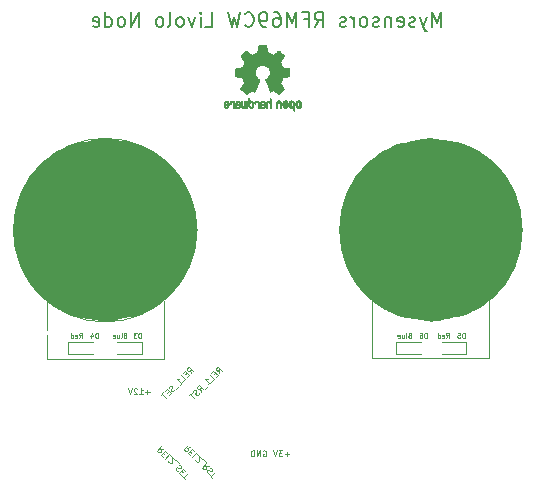
<source format=gbo>
G04 #@! TF.GenerationSoftware,KiCad,Pcbnew,no-vcs-found-6cefb68~58~ubuntu16.04.1*
G04 #@! TF.CreationDate,2017-05-09T13:19:31+03:00*
G04 #@! TF.ProjectId,livolo_2_channels_1way_eu_switch,6C69766F6C6F5F325F6368616E6E656C,rev?*
G04 #@! TF.FileFunction,Legend,Bot*
G04 #@! TF.FilePolarity,Positive*
%FSLAX46Y46*%
G04 Gerber Fmt 4.6, Leading zero omitted, Abs format (unit mm)*
G04 Created by KiCad (PCBNEW no-vcs-found-6cefb68~58~ubuntu16.04.1) date Tue May  9 13:19:31 2017*
%MOMM*%
%LPD*%
G01*
G04 APERTURE LIST*
%ADD10C,0.100000*%
%ADD11C,0.120000*%
%ADD12C,0.200000*%
%ADD13C,7.950000*%
%ADD14C,0.010000*%
%ADD15C,1.500000*%
%ADD16R,0.600000X0.800000*%
%ADD17C,1.998980*%
%ADD18O,1.350000X1.350000*%
%ADD19R,1.350000X1.350000*%
G04 APERTURE END LIST*
D10*
D11*
X144242857Y-111135714D02*
X143861904Y-111135714D01*
X144052380Y-111326190D02*
X144052380Y-110945238D01*
X143671428Y-110826190D02*
X143361904Y-110826190D01*
X143528571Y-111016666D01*
X143457142Y-111016666D01*
X143409523Y-111040476D01*
X143385714Y-111064285D01*
X143361904Y-111111904D01*
X143361904Y-111230952D01*
X143385714Y-111278571D01*
X143409523Y-111302380D01*
X143457142Y-111326190D01*
X143600000Y-111326190D01*
X143647619Y-111302380D01*
X143671428Y-111278571D01*
X143219047Y-110826190D02*
X143052380Y-111326190D01*
X142885714Y-110826190D01*
X135919585Y-104300295D02*
X135869078Y-104014086D01*
X136121616Y-104098265D02*
X135768062Y-103744712D01*
X135633375Y-103879399D01*
X135616539Y-103929906D01*
X135616539Y-103963578D01*
X135633375Y-104014086D01*
X135683883Y-104064593D01*
X135734391Y-104081429D01*
X135768062Y-104081429D01*
X135818570Y-104064593D01*
X135953257Y-103929906D01*
X135582868Y-104266624D02*
X135465017Y-104384475D01*
X135599704Y-104620177D02*
X135768062Y-104451818D01*
X135414509Y-104098265D01*
X135246150Y-104266624D01*
X135279822Y-104940059D02*
X135448181Y-104771700D01*
X135094627Y-104418147D01*
X134976776Y-105243104D02*
X135178807Y-105041074D01*
X135077791Y-105142089D02*
X134724238Y-104788536D01*
X134808417Y-104805372D01*
X134875761Y-104805372D01*
X134926269Y-104788536D01*
X134943104Y-105344120D02*
X134673730Y-105613494D01*
X134555879Y-105630330D02*
X134522208Y-105697673D01*
X134438028Y-105781852D01*
X134387521Y-105798688D01*
X134353849Y-105798688D01*
X134303341Y-105781852D01*
X134269669Y-105748181D01*
X134252834Y-105697673D01*
X134252834Y-105664001D01*
X134269669Y-105613494D01*
X134320177Y-105529314D01*
X134337013Y-105478807D01*
X134337013Y-105445135D01*
X134320177Y-105394627D01*
X134286505Y-105360956D01*
X134235998Y-105344120D01*
X134202326Y-105344120D01*
X134151818Y-105360956D01*
X134067639Y-105445135D01*
X134033967Y-105512478D01*
X134033967Y-105815524D02*
X133916116Y-105933375D01*
X134050803Y-106169078D02*
X134219162Y-106000719D01*
X133865608Y-105647165D01*
X133697250Y-105815524D01*
X133596234Y-105916539D02*
X133394204Y-106118570D01*
X133848773Y-106371108D02*
X133495219Y-106017555D01*
X138336421Y-104283460D02*
X138285913Y-103997250D01*
X138538452Y-104081429D02*
X138184898Y-103727876D01*
X138050211Y-103862563D01*
X138033375Y-103913070D01*
X138033375Y-103946742D01*
X138050211Y-103997250D01*
X138100719Y-104047757D01*
X138151226Y-104064593D01*
X138184898Y-104064593D01*
X138235406Y-104047757D01*
X138370093Y-103913070D01*
X137999704Y-104249788D02*
X137881852Y-104367639D01*
X138016539Y-104603341D02*
X138184898Y-104434982D01*
X137831345Y-104081429D01*
X137662986Y-104249788D01*
X137696658Y-104923223D02*
X137865017Y-104754864D01*
X137511463Y-104401311D01*
X137393612Y-105226269D02*
X137595643Y-105024238D01*
X137494627Y-105125253D02*
X137141074Y-104771700D01*
X137225253Y-104788536D01*
X137292597Y-104788536D01*
X137343104Y-104771700D01*
X137359940Y-105327284D02*
X137090566Y-105596658D01*
X136770685Y-105849196D02*
X136720177Y-105562986D01*
X136972715Y-105647165D02*
X136619162Y-105293612D01*
X136484475Y-105428299D01*
X136467639Y-105478807D01*
X136467639Y-105512478D01*
X136484475Y-105562986D01*
X136534982Y-105613494D01*
X136585490Y-105630330D01*
X136619162Y-105630330D01*
X136669669Y-105613494D01*
X136804356Y-105478807D01*
X136619162Y-105967047D02*
X136585490Y-106034391D01*
X136501311Y-106118570D01*
X136450803Y-106135406D01*
X136417131Y-106135406D01*
X136366624Y-106118570D01*
X136332952Y-106084898D01*
X136316116Y-106034391D01*
X136316116Y-106000719D01*
X136332952Y-105950211D01*
X136383460Y-105866032D01*
X136400295Y-105815524D01*
X136400295Y-105781852D01*
X136383460Y-105731345D01*
X136349788Y-105697673D01*
X136299280Y-105680837D01*
X136265608Y-105680837D01*
X136215101Y-105697673D01*
X136130921Y-105781852D01*
X136097250Y-105849196D01*
X135979399Y-105933375D02*
X135777368Y-106135406D01*
X136231937Y-106387944D02*
X135878383Y-106034391D01*
X135883460Y-110563578D02*
X135597250Y-110614086D01*
X135681429Y-110361547D02*
X135327876Y-110715101D01*
X135462563Y-110849788D01*
X135513070Y-110866624D01*
X135546742Y-110866624D01*
X135597250Y-110849788D01*
X135647757Y-110799280D01*
X135664593Y-110748773D01*
X135664593Y-110715101D01*
X135647757Y-110664593D01*
X135513070Y-110529906D01*
X135849788Y-110900295D02*
X135967639Y-111018147D01*
X136203341Y-110883460D02*
X136034982Y-110715101D01*
X135681429Y-111068654D01*
X135849788Y-111237013D01*
X136523223Y-111203341D02*
X136354864Y-111034982D01*
X136001311Y-111388536D01*
X136304356Y-111624238D02*
X136304356Y-111657910D01*
X136321192Y-111708417D01*
X136405372Y-111792597D01*
X136455879Y-111809433D01*
X136489551Y-111809433D01*
X136540059Y-111792597D01*
X136573730Y-111758925D01*
X136607402Y-111691582D01*
X136607402Y-111287521D01*
X136826269Y-111506387D01*
X136927284Y-111540059D02*
X137196658Y-111809433D01*
X137449196Y-112129314D02*
X137162986Y-112179822D01*
X137247165Y-111927284D02*
X136893612Y-112280837D01*
X137028299Y-112415524D01*
X137078807Y-112432360D01*
X137112478Y-112432360D01*
X137162986Y-112415524D01*
X137213494Y-112365017D01*
X137230330Y-112314509D01*
X137230330Y-112280837D01*
X137213494Y-112230330D01*
X137078807Y-112095643D01*
X137567047Y-112280837D02*
X137634391Y-112314509D01*
X137718570Y-112398688D01*
X137735406Y-112449196D01*
X137735406Y-112482868D01*
X137718570Y-112533375D01*
X137684898Y-112567047D01*
X137634391Y-112583883D01*
X137600719Y-112583883D01*
X137550211Y-112567047D01*
X137466032Y-112516539D01*
X137415524Y-112499704D01*
X137381852Y-112499704D01*
X137331345Y-112516539D01*
X137297673Y-112550211D01*
X137280837Y-112600719D01*
X137280837Y-112634391D01*
X137297673Y-112684898D01*
X137381852Y-112769078D01*
X137449196Y-112802749D01*
X137533375Y-112920600D02*
X137735406Y-113122631D01*
X137987944Y-112668062D02*
X137634391Y-113021616D01*
X133600295Y-110680414D02*
X133314086Y-110730921D01*
X133398265Y-110478383D02*
X133044712Y-110831937D01*
X133179399Y-110966624D01*
X133229906Y-110983460D01*
X133263578Y-110983460D01*
X133314086Y-110966624D01*
X133364593Y-110916116D01*
X133381429Y-110865608D01*
X133381429Y-110831937D01*
X133364593Y-110781429D01*
X133229906Y-110646742D01*
X133566624Y-111017131D02*
X133684475Y-111134982D01*
X133920177Y-111000295D02*
X133751818Y-110831937D01*
X133398265Y-111185490D01*
X133566624Y-111353849D01*
X134240059Y-111320177D02*
X134071700Y-111151818D01*
X133718147Y-111505372D01*
X134021192Y-111741074D02*
X134021192Y-111774746D01*
X134038028Y-111825253D01*
X134122208Y-111909433D01*
X134172715Y-111926269D01*
X134206387Y-111926269D01*
X134256895Y-111909433D01*
X134290566Y-111875761D01*
X134324238Y-111808417D01*
X134324238Y-111404356D01*
X134543104Y-111623223D01*
X134644120Y-111656895D02*
X134913494Y-111926269D01*
X134930330Y-112044120D02*
X134997673Y-112077791D01*
X135081852Y-112161971D01*
X135098688Y-112212478D01*
X135098688Y-112246150D01*
X135081852Y-112296658D01*
X135048181Y-112330330D01*
X134997673Y-112347165D01*
X134964001Y-112347165D01*
X134913494Y-112330330D01*
X134829314Y-112279822D01*
X134778807Y-112262986D01*
X134745135Y-112262986D01*
X134694627Y-112279822D01*
X134660956Y-112313494D01*
X134644120Y-112364001D01*
X134644120Y-112397673D01*
X134660956Y-112448181D01*
X134745135Y-112532360D01*
X134812478Y-112566032D01*
X135115524Y-112566032D02*
X135233375Y-112683883D01*
X135469078Y-112549196D02*
X135300719Y-112380837D01*
X134947165Y-112734391D01*
X135115524Y-112902749D01*
X135216539Y-113003765D02*
X135418570Y-113205795D01*
X135671108Y-112751226D02*
X135317555Y-113104780D01*
X142030952Y-110850000D02*
X142078571Y-110826190D01*
X142150000Y-110826190D01*
X142221428Y-110850000D01*
X142269047Y-110897619D01*
X142292857Y-110945238D01*
X142316666Y-111040476D01*
X142316666Y-111111904D01*
X142292857Y-111207142D01*
X142269047Y-111254761D01*
X142221428Y-111302380D01*
X142150000Y-111326190D01*
X142102380Y-111326190D01*
X142030952Y-111302380D01*
X142007142Y-111278571D01*
X142007142Y-111111904D01*
X142102380Y-111111904D01*
X141792857Y-111326190D02*
X141792857Y-110826190D01*
X141507142Y-111326190D01*
X141507142Y-110826190D01*
X141269047Y-111326190D02*
X141269047Y-110826190D01*
X141150000Y-110826190D01*
X141078571Y-110850000D01*
X141030952Y-110897619D01*
X141007142Y-110945238D01*
X140983333Y-111040476D01*
X140983333Y-111111904D01*
X141007142Y-111207142D01*
X141030952Y-111254761D01*
X141078571Y-111302380D01*
X141150000Y-111326190D01*
X141269047Y-111326190D01*
X132430952Y-105885714D02*
X132050000Y-105885714D01*
X132240476Y-106076190D02*
X132240476Y-105695238D01*
X131550000Y-106076190D02*
X131835714Y-106076190D01*
X131692857Y-106076190D02*
X131692857Y-105576190D01*
X131740476Y-105647619D01*
X131788095Y-105695238D01*
X131835714Y-105719047D01*
X131359523Y-105623809D02*
X131335714Y-105600000D01*
X131288095Y-105576190D01*
X131169047Y-105576190D01*
X131121428Y-105600000D01*
X131097619Y-105623809D01*
X131073809Y-105671428D01*
X131073809Y-105719047D01*
X131097619Y-105790476D01*
X131383333Y-106076190D01*
X131073809Y-106076190D01*
X130930952Y-105576190D02*
X130764285Y-106076190D01*
X130597619Y-105576190D01*
D12*
X157142857Y-74942857D02*
X157142857Y-73742857D01*
X156742857Y-74600000D01*
X156342857Y-73742857D01*
X156342857Y-74942857D01*
X155885714Y-74142857D02*
X155600000Y-74942857D01*
X155314285Y-74142857D02*
X155600000Y-74942857D01*
X155714285Y-75228571D01*
X155771428Y-75285714D01*
X155885714Y-75342857D01*
X154914285Y-74885714D02*
X154800000Y-74942857D01*
X154571428Y-74942857D01*
X154457142Y-74885714D01*
X154400000Y-74771428D01*
X154400000Y-74714285D01*
X154457142Y-74600000D01*
X154571428Y-74542857D01*
X154742857Y-74542857D01*
X154857142Y-74485714D01*
X154914285Y-74371428D01*
X154914285Y-74314285D01*
X154857142Y-74200000D01*
X154742857Y-74142857D01*
X154571428Y-74142857D01*
X154457142Y-74200000D01*
X153428571Y-74885714D02*
X153542857Y-74942857D01*
X153771428Y-74942857D01*
X153885714Y-74885714D01*
X153942857Y-74771428D01*
X153942857Y-74314285D01*
X153885714Y-74200000D01*
X153771428Y-74142857D01*
X153542857Y-74142857D01*
X153428571Y-74200000D01*
X153371428Y-74314285D01*
X153371428Y-74428571D01*
X153942857Y-74542857D01*
X152857142Y-74142857D02*
X152857142Y-74942857D01*
X152857142Y-74257142D02*
X152800000Y-74200000D01*
X152685714Y-74142857D01*
X152514285Y-74142857D01*
X152400000Y-74200000D01*
X152342857Y-74314285D01*
X152342857Y-74942857D01*
X151828571Y-74885714D02*
X151714285Y-74942857D01*
X151485714Y-74942857D01*
X151371428Y-74885714D01*
X151314285Y-74771428D01*
X151314285Y-74714285D01*
X151371428Y-74600000D01*
X151485714Y-74542857D01*
X151657142Y-74542857D01*
X151771428Y-74485714D01*
X151828571Y-74371428D01*
X151828571Y-74314285D01*
X151771428Y-74200000D01*
X151657142Y-74142857D01*
X151485714Y-74142857D01*
X151371428Y-74200000D01*
X150628571Y-74942857D02*
X150742857Y-74885714D01*
X150800000Y-74828571D01*
X150857142Y-74714285D01*
X150857142Y-74371428D01*
X150800000Y-74257142D01*
X150742857Y-74200000D01*
X150628571Y-74142857D01*
X150457142Y-74142857D01*
X150342857Y-74200000D01*
X150285714Y-74257142D01*
X150228571Y-74371428D01*
X150228571Y-74714285D01*
X150285714Y-74828571D01*
X150342857Y-74885714D01*
X150457142Y-74942857D01*
X150628571Y-74942857D01*
X149714285Y-74942857D02*
X149714285Y-74142857D01*
X149714285Y-74371428D02*
X149657142Y-74257142D01*
X149600000Y-74200000D01*
X149485714Y-74142857D01*
X149371428Y-74142857D01*
X149028571Y-74885714D02*
X148914285Y-74942857D01*
X148685714Y-74942857D01*
X148571428Y-74885714D01*
X148514285Y-74771428D01*
X148514285Y-74714285D01*
X148571428Y-74600000D01*
X148685714Y-74542857D01*
X148857142Y-74542857D01*
X148971428Y-74485714D01*
X149028571Y-74371428D01*
X149028571Y-74314285D01*
X148971428Y-74200000D01*
X148857142Y-74142857D01*
X148685714Y-74142857D01*
X148571428Y-74200000D01*
X146400000Y-74942857D02*
X146800000Y-74371428D01*
X147085714Y-74942857D02*
X147085714Y-73742857D01*
X146628571Y-73742857D01*
X146514285Y-73800000D01*
X146457142Y-73857142D01*
X146400000Y-73971428D01*
X146400000Y-74142857D01*
X146457142Y-74257142D01*
X146514285Y-74314285D01*
X146628571Y-74371428D01*
X147085714Y-74371428D01*
X145485714Y-74314285D02*
X145885714Y-74314285D01*
X145885714Y-74942857D02*
X145885714Y-73742857D01*
X145314285Y-73742857D01*
X144857142Y-74942857D02*
X144857142Y-73742857D01*
X144457142Y-74600000D01*
X144057142Y-73742857D01*
X144057142Y-74942857D01*
X142971428Y-73742857D02*
X143200000Y-73742857D01*
X143314285Y-73800000D01*
X143371428Y-73857142D01*
X143485714Y-74028571D01*
X143542857Y-74257142D01*
X143542857Y-74714285D01*
X143485714Y-74828571D01*
X143428571Y-74885714D01*
X143314285Y-74942857D01*
X143085714Y-74942857D01*
X142971428Y-74885714D01*
X142914285Y-74828571D01*
X142857142Y-74714285D01*
X142857142Y-74428571D01*
X142914285Y-74314285D01*
X142971428Y-74257142D01*
X143085714Y-74200000D01*
X143314285Y-74200000D01*
X143428571Y-74257142D01*
X143485714Y-74314285D01*
X143542857Y-74428571D01*
X142285714Y-74942857D02*
X142057142Y-74942857D01*
X141942857Y-74885714D01*
X141885714Y-74828571D01*
X141771428Y-74657142D01*
X141714285Y-74428571D01*
X141714285Y-73971428D01*
X141771428Y-73857142D01*
X141828571Y-73800000D01*
X141942857Y-73742857D01*
X142171428Y-73742857D01*
X142285714Y-73800000D01*
X142342857Y-73857142D01*
X142400000Y-73971428D01*
X142400000Y-74257142D01*
X142342857Y-74371428D01*
X142285714Y-74428571D01*
X142171428Y-74485714D01*
X141942857Y-74485714D01*
X141828571Y-74428571D01*
X141771428Y-74371428D01*
X141714285Y-74257142D01*
X140514285Y-74828571D02*
X140571428Y-74885714D01*
X140742857Y-74942857D01*
X140857142Y-74942857D01*
X141028571Y-74885714D01*
X141142857Y-74771428D01*
X141200000Y-74657142D01*
X141257142Y-74428571D01*
X141257142Y-74257142D01*
X141200000Y-74028571D01*
X141142857Y-73914285D01*
X141028571Y-73800000D01*
X140857142Y-73742857D01*
X140742857Y-73742857D01*
X140571428Y-73800000D01*
X140514285Y-73857142D01*
X140114285Y-73742857D02*
X139828571Y-74942857D01*
X139600000Y-74085714D01*
X139371428Y-74942857D01*
X139085714Y-73742857D01*
X137142857Y-74942857D02*
X137714285Y-74942857D01*
X137714285Y-73742857D01*
X136742857Y-74942857D02*
X136742857Y-74142857D01*
X136742857Y-73742857D02*
X136800000Y-73800000D01*
X136742857Y-73857142D01*
X136685714Y-73800000D01*
X136742857Y-73742857D01*
X136742857Y-73857142D01*
X136285714Y-74142857D02*
X136000000Y-74942857D01*
X135714285Y-74142857D01*
X135085714Y-74942857D02*
X135200000Y-74885714D01*
X135257142Y-74828571D01*
X135314285Y-74714285D01*
X135314285Y-74371428D01*
X135257142Y-74257142D01*
X135200000Y-74200000D01*
X135085714Y-74142857D01*
X134914285Y-74142857D01*
X134800000Y-74200000D01*
X134742857Y-74257142D01*
X134685714Y-74371428D01*
X134685714Y-74714285D01*
X134742857Y-74828571D01*
X134800000Y-74885714D01*
X134914285Y-74942857D01*
X135085714Y-74942857D01*
X134000000Y-74942857D02*
X134114285Y-74885714D01*
X134171428Y-74771428D01*
X134171428Y-73742857D01*
X133371428Y-74942857D02*
X133485714Y-74885714D01*
X133542857Y-74828571D01*
X133600000Y-74714285D01*
X133600000Y-74371428D01*
X133542857Y-74257142D01*
X133485714Y-74200000D01*
X133371428Y-74142857D01*
X133200000Y-74142857D01*
X133085714Y-74200000D01*
X133028571Y-74257142D01*
X132971428Y-74371428D01*
X132971428Y-74714285D01*
X133028571Y-74828571D01*
X133085714Y-74885714D01*
X133200000Y-74942857D01*
X133371428Y-74942857D01*
X131542857Y-74942857D02*
X131542857Y-73742857D01*
X130857142Y-74942857D01*
X130857142Y-73742857D01*
X130114285Y-74942857D02*
X130228571Y-74885714D01*
X130285714Y-74828571D01*
X130342857Y-74714285D01*
X130342857Y-74371428D01*
X130285714Y-74257142D01*
X130228571Y-74200000D01*
X130114285Y-74142857D01*
X129942857Y-74142857D01*
X129828571Y-74200000D01*
X129771428Y-74257142D01*
X129714285Y-74371428D01*
X129714285Y-74714285D01*
X129771428Y-74828571D01*
X129828571Y-74885714D01*
X129942857Y-74942857D01*
X130114285Y-74942857D01*
X128685714Y-74942857D02*
X128685714Y-73742857D01*
X128685714Y-74885714D02*
X128800000Y-74942857D01*
X129028571Y-74942857D01*
X129142857Y-74885714D01*
X129200000Y-74828571D01*
X129257142Y-74714285D01*
X129257142Y-74371428D01*
X129200000Y-74257142D01*
X129142857Y-74200000D01*
X129028571Y-74142857D01*
X128800000Y-74142857D01*
X128685714Y-74200000D01*
X127657142Y-74885714D02*
X127771428Y-74942857D01*
X128000000Y-74942857D01*
X128114285Y-74885714D01*
X128171428Y-74771428D01*
X128171428Y-74314285D01*
X128114285Y-74200000D01*
X128000000Y-74142857D01*
X127771428Y-74142857D01*
X127657142Y-74200000D01*
X127600000Y-74314285D01*
X127600000Y-74428571D01*
X128171428Y-74542857D01*
D10*
X151298140Y-103032020D02*
X161166040Y-103032020D01*
X151270200Y-103032020D02*
X151270200Y-97999511D01*
X161170160Y-103032020D02*
X161170160Y-97999511D01*
X123748140Y-103082020D02*
X133616040Y-103082020D01*
X123720200Y-103082020D02*
X123720200Y-98199959D01*
X163892148Y-92134512D02*
G75*
G03X163892148Y-92134512I-7647872J0D01*
G01*
X133620160Y-103082020D02*
X133620160Y-98199959D01*
X136451733Y-92169926D02*
G75*
G03X136451733Y-92169926I-7778209J0D01*
G01*
D13*
X160040119Y-92150000D02*
G75*
G03X160040119Y-92150000I-3790119J0D01*
G01*
X132440119Y-92150000D02*
G75*
G03X132440119Y-92150000I-3790119J0D01*
G01*
D14*
G36*
X144375256Y-81194918D02*
X144319799Y-81222568D01*
X144270852Y-81273480D01*
X144257371Y-81292338D01*
X144242686Y-81317015D01*
X144233158Y-81343816D01*
X144227707Y-81379587D01*
X144225253Y-81431169D01*
X144224714Y-81499267D01*
X144227148Y-81592588D01*
X144235606Y-81662657D01*
X144251826Y-81714931D01*
X144277546Y-81754869D01*
X144314503Y-81787929D01*
X144317218Y-81789886D01*
X144353640Y-81809908D01*
X144397498Y-81819815D01*
X144453276Y-81822257D01*
X144543952Y-81822257D01*
X144543990Y-81910283D01*
X144544834Y-81959308D01*
X144549976Y-81988065D01*
X144563413Y-82005311D01*
X144589142Y-82019808D01*
X144595321Y-82022769D01*
X144624236Y-82036648D01*
X144646624Y-82045414D01*
X144663271Y-82046171D01*
X144674964Y-82036023D01*
X144682490Y-82012073D01*
X144686634Y-81971426D01*
X144688185Y-81911186D01*
X144687929Y-81828455D01*
X144686651Y-81720339D01*
X144686252Y-81688000D01*
X144684815Y-81576524D01*
X144683528Y-81503603D01*
X144544029Y-81503603D01*
X144543245Y-81565499D01*
X144539760Y-81605997D01*
X144531876Y-81632708D01*
X144517895Y-81653244D01*
X144508403Y-81663260D01*
X144469596Y-81692567D01*
X144435237Y-81694952D01*
X144399784Y-81670750D01*
X144398886Y-81669857D01*
X144384461Y-81651153D01*
X144375687Y-81625732D01*
X144371261Y-81586584D01*
X144369882Y-81526697D01*
X144369857Y-81513430D01*
X144373188Y-81430901D01*
X144384031Y-81373691D01*
X144403660Y-81338766D01*
X144433350Y-81323094D01*
X144450509Y-81321514D01*
X144491234Y-81328926D01*
X144519168Y-81353330D01*
X144535983Y-81397980D01*
X144543350Y-81466130D01*
X144544029Y-81503603D01*
X144683528Y-81503603D01*
X144683292Y-81490245D01*
X144681323Y-81425333D01*
X144678550Y-81377958D01*
X144674612Y-81344290D01*
X144669151Y-81320498D01*
X144661808Y-81302753D01*
X144652223Y-81287224D01*
X144648113Y-81281381D01*
X144593595Y-81226185D01*
X144524664Y-81194890D01*
X144444928Y-81186165D01*
X144375256Y-81194918D01*
X144375256Y-81194918D01*
G37*
X144375256Y-81194918D02*
X144319799Y-81222568D01*
X144270852Y-81273480D01*
X144257371Y-81292338D01*
X144242686Y-81317015D01*
X144233158Y-81343816D01*
X144227707Y-81379587D01*
X144225253Y-81431169D01*
X144224714Y-81499267D01*
X144227148Y-81592588D01*
X144235606Y-81662657D01*
X144251826Y-81714931D01*
X144277546Y-81754869D01*
X144314503Y-81787929D01*
X144317218Y-81789886D01*
X144353640Y-81809908D01*
X144397498Y-81819815D01*
X144453276Y-81822257D01*
X144543952Y-81822257D01*
X144543990Y-81910283D01*
X144544834Y-81959308D01*
X144549976Y-81988065D01*
X144563413Y-82005311D01*
X144589142Y-82019808D01*
X144595321Y-82022769D01*
X144624236Y-82036648D01*
X144646624Y-82045414D01*
X144663271Y-82046171D01*
X144674964Y-82036023D01*
X144682490Y-82012073D01*
X144686634Y-81971426D01*
X144688185Y-81911186D01*
X144687929Y-81828455D01*
X144686651Y-81720339D01*
X144686252Y-81688000D01*
X144684815Y-81576524D01*
X144683528Y-81503603D01*
X144544029Y-81503603D01*
X144543245Y-81565499D01*
X144539760Y-81605997D01*
X144531876Y-81632708D01*
X144517895Y-81653244D01*
X144508403Y-81663260D01*
X144469596Y-81692567D01*
X144435237Y-81694952D01*
X144399784Y-81670750D01*
X144398886Y-81669857D01*
X144384461Y-81651153D01*
X144375687Y-81625732D01*
X144371261Y-81586584D01*
X144369882Y-81526697D01*
X144369857Y-81513430D01*
X144373188Y-81430901D01*
X144384031Y-81373691D01*
X144403660Y-81338766D01*
X144433350Y-81323094D01*
X144450509Y-81321514D01*
X144491234Y-81328926D01*
X144519168Y-81353330D01*
X144535983Y-81397980D01*
X144543350Y-81466130D01*
X144544029Y-81503603D01*
X144683528Y-81503603D01*
X144683292Y-81490245D01*
X144681323Y-81425333D01*
X144678550Y-81377958D01*
X144674612Y-81344290D01*
X144669151Y-81320498D01*
X144661808Y-81302753D01*
X144652223Y-81287224D01*
X144648113Y-81281381D01*
X144593595Y-81226185D01*
X144524664Y-81194890D01*
X144444928Y-81186165D01*
X144375256Y-81194918D01*
G36*
X143258907Y-81202780D02*
X143212328Y-81229723D01*
X143179943Y-81256466D01*
X143156258Y-81284484D01*
X143139941Y-81318748D01*
X143129661Y-81364227D01*
X143124086Y-81425892D01*
X143121884Y-81508711D01*
X143121629Y-81568246D01*
X143121629Y-81787391D01*
X143183314Y-81815044D01*
X143245000Y-81842697D01*
X143252257Y-81602670D01*
X143255256Y-81513028D01*
X143258402Y-81447962D01*
X143262299Y-81403026D01*
X143267553Y-81373770D01*
X143274769Y-81355748D01*
X143284550Y-81344511D01*
X143287688Y-81342079D01*
X143335239Y-81323083D01*
X143383303Y-81330600D01*
X143411914Y-81350543D01*
X143423553Y-81364675D01*
X143431609Y-81383220D01*
X143436729Y-81411334D01*
X143439559Y-81454173D01*
X143440744Y-81516895D01*
X143440943Y-81582261D01*
X143440982Y-81664268D01*
X143442386Y-81722316D01*
X143447086Y-81761465D01*
X143457013Y-81786780D01*
X143474097Y-81803323D01*
X143500268Y-81816156D01*
X143535225Y-81829491D01*
X143573404Y-81844007D01*
X143568859Y-81586389D01*
X143567029Y-81493519D01*
X143564888Y-81424889D01*
X143561819Y-81375711D01*
X143557206Y-81341198D01*
X143550432Y-81316562D01*
X143540881Y-81297016D01*
X143529366Y-81279770D01*
X143473810Y-81224680D01*
X143406020Y-81192822D01*
X143332287Y-81185191D01*
X143258907Y-81202780D01*
X143258907Y-81202780D01*
G37*
X143258907Y-81202780D02*
X143212328Y-81229723D01*
X143179943Y-81256466D01*
X143156258Y-81284484D01*
X143139941Y-81318748D01*
X143129661Y-81364227D01*
X143124086Y-81425892D01*
X143121884Y-81508711D01*
X143121629Y-81568246D01*
X143121629Y-81787391D01*
X143183314Y-81815044D01*
X143245000Y-81842697D01*
X143252257Y-81602670D01*
X143255256Y-81513028D01*
X143258402Y-81447962D01*
X143262299Y-81403026D01*
X143267553Y-81373770D01*
X143274769Y-81355748D01*
X143284550Y-81344511D01*
X143287688Y-81342079D01*
X143335239Y-81323083D01*
X143383303Y-81330600D01*
X143411914Y-81350543D01*
X143423553Y-81364675D01*
X143431609Y-81383220D01*
X143436729Y-81411334D01*
X143439559Y-81454173D01*
X143440744Y-81516895D01*
X143440943Y-81582261D01*
X143440982Y-81664268D01*
X143442386Y-81722316D01*
X143447086Y-81761465D01*
X143457013Y-81786780D01*
X143474097Y-81803323D01*
X143500268Y-81816156D01*
X143535225Y-81829491D01*
X143573404Y-81844007D01*
X143568859Y-81586389D01*
X143567029Y-81493519D01*
X143564888Y-81424889D01*
X143561819Y-81375711D01*
X143557206Y-81341198D01*
X143550432Y-81316562D01*
X143540881Y-81297016D01*
X143529366Y-81279770D01*
X143473810Y-81224680D01*
X143406020Y-81192822D01*
X143332287Y-81185191D01*
X143258907Y-81202780D01*
G36*
X144933885Y-81196962D02*
X144865855Y-81232733D01*
X144815649Y-81290301D01*
X144797815Y-81327312D01*
X144783937Y-81382882D01*
X144776833Y-81453096D01*
X144776160Y-81529727D01*
X144781573Y-81604552D01*
X144792730Y-81669342D01*
X144809286Y-81715873D01*
X144814374Y-81723887D01*
X144874645Y-81783707D01*
X144946231Y-81819535D01*
X145023908Y-81830020D01*
X145102452Y-81813810D01*
X145124311Y-81804092D01*
X145166878Y-81774143D01*
X145204237Y-81734433D01*
X145207768Y-81729397D01*
X145222119Y-81705124D01*
X145231606Y-81679178D01*
X145237210Y-81645022D01*
X145239914Y-81596119D01*
X145240701Y-81525935D01*
X145240714Y-81510200D01*
X145240678Y-81505192D01*
X145095571Y-81505192D01*
X145094727Y-81571430D01*
X145091404Y-81615386D01*
X145084417Y-81643779D01*
X145072584Y-81663325D01*
X145066543Y-81669857D01*
X145031814Y-81694680D01*
X144998097Y-81693548D01*
X144964005Y-81672016D01*
X144943671Y-81649029D01*
X144931629Y-81615478D01*
X144924866Y-81562569D01*
X144924402Y-81556399D01*
X144923248Y-81460513D01*
X144935312Y-81389299D01*
X144960430Y-81343194D01*
X144998440Y-81322635D01*
X145012008Y-81321514D01*
X145047636Y-81327152D01*
X145072006Y-81346686D01*
X145086907Y-81384042D01*
X145094125Y-81443150D01*
X145095571Y-81505192D01*
X145240678Y-81505192D01*
X145240174Y-81435413D01*
X145237904Y-81383159D01*
X145232932Y-81346949D01*
X145224287Y-81320299D01*
X145210995Y-81296722D01*
X145208057Y-81292338D01*
X145158687Y-81233249D01*
X145104891Y-81198947D01*
X145039398Y-81185331D01*
X145017158Y-81184665D01*
X144933885Y-81196962D01*
X144933885Y-81196962D01*
G37*
X144933885Y-81196962D02*
X144865855Y-81232733D01*
X144815649Y-81290301D01*
X144797815Y-81327312D01*
X144783937Y-81382882D01*
X144776833Y-81453096D01*
X144776160Y-81529727D01*
X144781573Y-81604552D01*
X144792730Y-81669342D01*
X144809286Y-81715873D01*
X144814374Y-81723887D01*
X144874645Y-81783707D01*
X144946231Y-81819535D01*
X145023908Y-81830020D01*
X145102452Y-81813810D01*
X145124311Y-81804092D01*
X145166878Y-81774143D01*
X145204237Y-81734433D01*
X145207768Y-81729397D01*
X145222119Y-81705124D01*
X145231606Y-81679178D01*
X145237210Y-81645022D01*
X145239914Y-81596119D01*
X145240701Y-81525935D01*
X145240714Y-81510200D01*
X145240678Y-81505192D01*
X145095571Y-81505192D01*
X145094727Y-81571430D01*
X145091404Y-81615386D01*
X145084417Y-81643779D01*
X145072584Y-81663325D01*
X145066543Y-81669857D01*
X145031814Y-81694680D01*
X144998097Y-81693548D01*
X144964005Y-81672016D01*
X144943671Y-81649029D01*
X144931629Y-81615478D01*
X144924866Y-81562569D01*
X144924402Y-81556399D01*
X144923248Y-81460513D01*
X144935312Y-81389299D01*
X144960430Y-81343194D01*
X144998440Y-81322635D01*
X145012008Y-81321514D01*
X145047636Y-81327152D01*
X145072006Y-81346686D01*
X145086907Y-81384042D01*
X145094125Y-81443150D01*
X145095571Y-81505192D01*
X145240678Y-81505192D01*
X145240174Y-81435413D01*
X145237904Y-81383159D01*
X145232932Y-81346949D01*
X145224287Y-81320299D01*
X145210995Y-81296722D01*
X145208057Y-81292338D01*
X145158687Y-81233249D01*
X145104891Y-81198947D01*
X145039398Y-81185331D01*
X145017158Y-81184665D01*
X144933885Y-81196962D01*
G36*
X143806697Y-81206239D02*
X143749473Y-81244735D01*
X143705251Y-81300335D01*
X143678833Y-81371086D01*
X143673490Y-81423162D01*
X143674097Y-81444893D01*
X143679178Y-81461531D01*
X143693145Y-81476437D01*
X143720411Y-81492973D01*
X143765388Y-81514498D01*
X143832489Y-81544374D01*
X143832829Y-81544524D01*
X143894593Y-81572813D01*
X143945241Y-81597933D01*
X143979596Y-81617179D01*
X143992482Y-81627848D01*
X143992486Y-81627934D01*
X143981128Y-81651166D01*
X143954569Y-81676774D01*
X143924077Y-81695221D01*
X143908630Y-81698886D01*
X143866485Y-81686212D01*
X143830192Y-81654471D01*
X143812483Y-81619572D01*
X143795448Y-81593845D01*
X143762078Y-81564546D01*
X143722851Y-81539235D01*
X143688244Y-81525471D01*
X143681007Y-81524714D01*
X143672861Y-81537160D01*
X143672370Y-81568972D01*
X143678357Y-81611866D01*
X143689643Y-81657558D01*
X143705050Y-81697761D01*
X143705829Y-81699322D01*
X143752196Y-81764062D01*
X143812289Y-81808097D01*
X143880535Y-81829711D01*
X143951362Y-81827185D01*
X144019196Y-81798804D01*
X144022212Y-81796808D01*
X144075573Y-81748448D01*
X144110660Y-81685352D01*
X144130078Y-81602387D01*
X144132684Y-81579078D01*
X144137299Y-81469055D01*
X144131767Y-81417748D01*
X143992486Y-81417748D01*
X143990676Y-81449753D01*
X143980778Y-81459093D01*
X143956102Y-81452105D01*
X143917205Y-81435587D01*
X143873725Y-81414881D01*
X143872644Y-81414333D01*
X143835791Y-81394949D01*
X143821000Y-81382013D01*
X143824647Y-81368451D01*
X143840005Y-81350632D01*
X143879077Y-81324845D01*
X143921154Y-81322950D01*
X143958897Y-81341717D01*
X143984966Y-81377915D01*
X143992486Y-81417748D01*
X144131767Y-81417748D01*
X144127806Y-81381027D01*
X144103450Y-81311212D01*
X144069544Y-81262302D01*
X144008347Y-81212878D01*
X143940937Y-81188359D01*
X143872120Y-81186797D01*
X143806697Y-81206239D01*
X143806697Y-81206239D01*
G37*
X143806697Y-81206239D02*
X143749473Y-81244735D01*
X143705251Y-81300335D01*
X143678833Y-81371086D01*
X143673490Y-81423162D01*
X143674097Y-81444893D01*
X143679178Y-81461531D01*
X143693145Y-81476437D01*
X143720411Y-81492973D01*
X143765388Y-81514498D01*
X143832489Y-81544374D01*
X143832829Y-81544524D01*
X143894593Y-81572813D01*
X143945241Y-81597933D01*
X143979596Y-81617179D01*
X143992482Y-81627848D01*
X143992486Y-81627934D01*
X143981128Y-81651166D01*
X143954569Y-81676774D01*
X143924077Y-81695221D01*
X143908630Y-81698886D01*
X143866485Y-81686212D01*
X143830192Y-81654471D01*
X143812483Y-81619572D01*
X143795448Y-81593845D01*
X143762078Y-81564546D01*
X143722851Y-81539235D01*
X143688244Y-81525471D01*
X143681007Y-81524714D01*
X143672861Y-81537160D01*
X143672370Y-81568972D01*
X143678357Y-81611866D01*
X143689643Y-81657558D01*
X143705050Y-81697761D01*
X143705829Y-81699322D01*
X143752196Y-81764062D01*
X143812289Y-81808097D01*
X143880535Y-81829711D01*
X143951362Y-81827185D01*
X144019196Y-81798804D01*
X144022212Y-81796808D01*
X144075573Y-81748448D01*
X144110660Y-81685352D01*
X144130078Y-81602387D01*
X144132684Y-81579078D01*
X144137299Y-81469055D01*
X144131767Y-81417748D01*
X143992486Y-81417748D01*
X143990676Y-81449753D01*
X143980778Y-81459093D01*
X143956102Y-81452105D01*
X143917205Y-81435587D01*
X143873725Y-81414881D01*
X143872644Y-81414333D01*
X143835791Y-81394949D01*
X143821000Y-81382013D01*
X143824647Y-81368451D01*
X143840005Y-81350632D01*
X143879077Y-81324845D01*
X143921154Y-81322950D01*
X143958897Y-81341717D01*
X143984966Y-81377915D01*
X143992486Y-81417748D01*
X144131767Y-81417748D01*
X144127806Y-81381027D01*
X144103450Y-81311212D01*
X144069544Y-81262302D01*
X144008347Y-81212878D01*
X143940937Y-81188359D01*
X143872120Y-81186797D01*
X143806697Y-81206239D01*
G36*
X142599114Y-81126289D02*
X142594861Y-81185613D01*
X142589975Y-81220572D01*
X142583205Y-81235820D01*
X142573298Y-81236015D01*
X142570086Y-81234195D01*
X142527356Y-81221015D01*
X142471773Y-81221785D01*
X142415263Y-81235333D01*
X142379918Y-81252861D01*
X142343679Y-81280861D01*
X142317187Y-81312549D01*
X142299001Y-81352813D01*
X142287678Y-81406543D01*
X142281778Y-81478626D01*
X142279857Y-81573951D01*
X142279823Y-81592237D01*
X142279800Y-81797646D01*
X142325509Y-81813580D01*
X142357973Y-81824420D01*
X142375785Y-81829468D01*
X142376309Y-81829514D01*
X142378063Y-81815828D01*
X142379556Y-81778076D01*
X142380674Y-81721224D01*
X142381303Y-81650234D01*
X142381400Y-81607073D01*
X142381602Y-81521973D01*
X142382642Y-81460981D01*
X142385169Y-81419177D01*
X142389836Y-81391642D01*
X142397293Y-81373456D01*
X142408189Y-81359698D01*
X142414993Y-81353073D01*
X142461728Y-81326375D01*
X142512728Y-81324375D01*
X142558999Y-81346955D01*
X142567556Y-81355107D01*
X142580107Y-81370436D01*
X142588812Y-81388618D01*
X142594369Y-81414909D01*
X142597474Y-81454562D01*
X142598824Y-81512832D01*
X142599114Y-81593173D01*
X142599114Y-81797646D01*
X142644823Y-81813580D01*
X142677287Y-81824420D01*
X142695099Y-81829468D01*
X142695623Y-81829514D01*
X142696963Y-81815623D01*
X142698172Y-81776439D01*
X142699199Y-81715700D01*
X142699998Y-81637141D01*
X142700519Y-81544498D01*
X142700714Y-81441509D01*
X142700714Y-81044342D01*
X142653543Y-81024444D01*
X142606371Y-81004547D01*
X142599114Y-81126289D01*
X142599114Y-81126289D01*
G37*
X142599114Y-81126289D02*
X142594861Y-81185613D01*
X142589975Y-81220572D01*
X142583205Y-81235820D01*
X142573298Y-81236015D01*
X142570086Y-81234195D01*
X142527356Y-81221015D01*
X142471773Y-81221785D01*
X142415263Y-81235333D01*
X142379918Y-81252861D01*
X142343679Y-81280861D01*
X142317187Y-81312549D01*
X142299001Y-81352813D01*
X142287678Y-81406543D01*
X142281778Y-81478626D01*
X142279857Y-81573951D01*
X142279823Y-81592237D01*
X142279800Y-81797646D01*
X142325509Y-81813580D01*
X142357973Y-81824420D01*
X142375785Y-81829468D01*
X142376309Y-81829514D01*
X142378063Y-81815828D01*
X142379556Y-81778076D01*
X142380674Y-81721224D01*
X142381303Y-81650234D01*
X142381400Y-81607073D01*
X142381602Y-81521973D01*
X142382642Y-81460981D01*
X142385169Y-81419177D01*
X142389836Y-81391642D01*
X142397293Y-81373456D01*
X142408189Y-81359698D01*
X142414993Y-81353073D01*
X142461728Y-81326375D01*
X142512728Y-81324375D01*
X142558999Y-81346955D01*
X142567556Y-81355107D01*
X142580107Y-81370436D01*
X142588812Y-81388618D01*
X142594369Y-81414909D01*
X142597474Y-81454562D01*
X142598824Y-81512832D01*
X142599114Y-81593173D01*
X142599114Y-81797646D01*
X142644823Y-81813580D01*
X142677287Y-81824420D01*
X142695099Y-81829468D01*
X142695623Y-81829514D01*
X142696963Y-81815623D01*
X142698172Y-81776439D01*
X142699199Y-81715700D01*
X142699998Y-81637141D01*
X142700519Y-81544498D01*
X142700714Y-81441509D01*
X142700714Y-81044342D01*
X142653543Y-81024444D01*
X142606371Y-81004547D01*
X142599114Y-81126289D01*
G36*
X141935256Y-81225968D02*
X141878384Y-81247087D01*
X141877733Y-81247493D01*
X141842560Y-81273380D01*
X141816593Y-81303633D01*
X141798330Y-81343058D01*
X141786268Y-81396462D01*
X141778904Y-81468651D01*
X141774736Y-81564432D01*
X141774371Y-81578078D01*
X141769124Y-81783842D01*
X141813284Y-81806678D01*
X141845237Y-81822110D01*
X141864530Y-81829423D01*
X141865422Y-81829514D01*
X141868761Y-81816022D01*
X141871413Y-81779626D01*
X141873044Y-81726452D01*
X141873400Y-81683393D01*
X141873408Y-81613641D01*
X141876597Y-81569837D01*
X141887712Y-81548944D01*
X141911499Y-81547925D01*
X141952704Y-81563741D01*
X142014914Y-81592815D01*
X142060659Y-81616963D01*
X142084187Y-81637913D01*
X142091104Y-81660747D01*
X142091114Y-81661877D01*
X142079701Y-81701212D01*
X142045908Y-81722462D01*
X141994191Y-81725539D01*
X141956939Y-81725006D01*
X141937297Y-81735735D01*
X141925048Y-81761505D01*
X141917998Y-81794337D01*
X141928158Y-81812966D01*
X141931983Y-81815632D01*
X141967999Y-81826340D01*
X142018434Y-81827856D01*
X142070374Y-81820759D01*
X142107178Y-81807788D01*
X142158062Y-81764585D01*
X142186986Y-81704446D01*
X142192714Y-81657462D01*
X142188343Y-81615082D01*
X142172525Y-81580488D01*
X142141203Y-81549763D01*
X142090322Y-81518990D01*
X142015824Y-81484252D01*
X142011286Y-81482288D01*
X141944179Y-81451287D01*
X141902768Y-81425862D01*
X141885019Y-81403014D01*
X141888893Y-81379745D01*
X141912357Y-81353056D01*
X141919373Y-81346914D01*
X141966370Y-81323100D01*
X142015067Y-81324103D01*
X142057478Y-81347451D01*
X142085616Y-81390675D01*
X142088231Y-81399160D01*
X142113692Y-81440308D01*
X142145999Y-81460128D01*
X142192714Y-81479770D01*
X142192714Y-81428950D01*
X142178504Y-81355082D01*
X142136325Y-81287327D01*
X142114376Y-81264661D01*
X142064483Y-81235569D01*
X142001033Y-81222400D01*
X141935256Y-81225968D01*
X141935256Y-81225968D01*
G37*
X141935256Y-81225968D02*
X141878384Y-81247087D01*
X141877733Y-81247493D01*
X141842560Y-81273380D01*
X141816593Y-81303633D01*
X141798330Y-81343058D01*
X141786268Y-81396462D01*
X141778904Y-81468651D01*
X141774736Y-81564432D01*
X141774371Y-81578078D01*
X141769124Y-81783842D01*
X141813284Y-81806678D01*
X141845237Y-81822110D01*
X141864530Y-81829423D01*
X141865422Y-81829514D01*
X141868761Y-81816022D01*
X141871413Y-81779626D01*
X141873044Y-81726452D01*
X141873400Y-81683393D01*
X141873408Y-81613641D01*
X141876597Y-81569837D01*
X141887712Y-81548944D01*
X141911499Y-81547925D01*
X141952704Y-81563741D01*
X142014914Y-81592815D01*
X142060659Y-81616963D01*
X142084187Y-81637913D01*
X142091104Y-81660747D01*
X142091114Y-81661877D01*
X142079701Y-81701212D01*
X142045908Y-81722462D01*
X141994191Y-81725539D01*
X141956939Y-81725006D01*
X141937297Y-81735735D01*
X141925048Y-81761505D01*
X141917998Y-81794337D01*
X141928158Y-81812966D01*
X141931983Y-81815632D01*
X141967999Y-81826340D01*
X142018434Y-81827856D01*
X142070374Y-81820759D01*
X142107178Y-81807788D01*
X142158062Y-81764585D01*
X142186986Y-81704446D01*
X142192714Y-81657462D01*
X142188343Y-81615082D01*
X142172525Y-81580488D01*
X142141203Y-81549763D01*
X142090322Y-81518990D01*
X142015824Y-81484252D01*
X142011286Y-81482288D01*
X141944179Y-81451287D01*
X141902768Y-81425862D01*
X141885019Y-81403014D01*
X141888893Y-81379745D01*
X141912357Y-81353056D01*
X141919373Y-81346914D01*
X141966370Y-81323100D01*
X142015067Y-81324103D01*
X142057478Y-81347451D01*
X142085616Y-81390675D01*
X142088231Y-81399160D01*
X142113692Y-81440308D01*
X142145999Y-81460128D01*
X142192714Y-81479770D01*
X142192714Y-81428950D01*
X142178504Y-81355082D01*
X142136325Y-81287327D01*
X142114376Y-81264661D01*
X142064483Y-81235569D01*
X142001033Y-81222400D01*
X141935256Y-81225968D01*
G36*
X141445074Y-81224755D02*
X141379142Y-81249084D01*
X141325727Y-81292117D01*
X141304836Y-81322409D01*
X141282061Y-81377994D01*
X141282534Y-81418186D01*
X141306438Y-81445217D01*
X141315283Y-81449813D01*
X141353470Y-81464144D01*
X141372972Y-81460472D01*
X141379578Y-81436407D01*
X141379914Y-81423114D01*
X141392008Y-81374210D01*
X141423529Y-81339999D01*
X141467341Y-81323476D01*
X141516305Y-81327634D01*
X141556106Y-81349227D01*
X141569550Y-81361544D01*
X141579079Y-81376487D01*
X141585515Y-81399075D01*
X141589683Y-81434328D01*
X141592403Y-81487266D01*
X141594498Y-81562907D01*
X141595040Y-81586857D01*
X141597019Y-81668790D01*
X141599269Y-81726455D01*
X141602643Y-81764608D01*
X141607994Y-81788004D01*
X141616176Y-81801398D01*
X141628041Y-81809545D01*
X141635638Y-81813144D01*
X141667898Y-81825452D01*
X141686889Y-81829514D01*
X141693164Y-81815948D01*
X141696994Y-81774934D01*
X141698400Y-81705999D01*
X141697402Y-81608669D01*
X141697092Y-81593657D01*
X141694899Y-81504859D01*
X141692307Y-81440019D01*
X141688618Y-81394067D01*
X141683136Y-81361935D01*
X141675165Y-81338553D01*
X141664007Y-81318852D01*
X141658170Y-81310410D01*
X141624704Y-81273057D01*
X141587273Y-81244003D01*
X141582691Y-81241467D01*
X141515574Y-81221443D01*
X141445074Y-81224755D01*
X141445074Y-81224755D01*
G37*
X141445074Y-81224755D02*
X141379142Y-81249084D01*
X141325727Y-81292117D01*
X141304836Y-81322409D01*
X141282061Y-81377994D01*
X141282534Y-81418186D01*
X141306438Y-81445217D01*
X141315283Y-81449813D01*
X141353470Y-81464144D01*
X141372972Y-81460472D01*
X141379578Y-81436407D01*
X141379914Y-81423114D01*
X141392008Y-81374210D01*
X141423529Y-81339999D01*
X141467341Y-81323476D01*
X141516305Y-81327634D01*
X141556106Y-81349227D01*
X141569550Y-81361544D01*
X141579079Y-81376487D01*
X141585515Y-81399075D01*
X141589683Y-81434328D01*
X141592403Y-81487266D01*
X141594498Y-81562907D01*
X141595040Y-81586857D01*
X141597019Y-81668790D01*
X141599269Y-81726455D01*
X141602643Y-81764608D01*
X141607994Y-81788004D01*
X141616176Y-81801398D01*
X141628041Y-81809545D01*
X141635638Y-81813144D01*
X141667898Y-81825452D01*
X141686889Y-81829514D01*
X141693164Y-81815948D01*
X141696994Y-81774934D01*
X141698400Y-81705999D01*
X141697402Y-81608669D01*
X141697092Y-81593657D01*
X141694899Y-81504859D01*
X141692307Y-81440019D01*
X141688618Y-81394067D01*
X141683136Y-81361935D01*
X141675165Y-81338553D01*
X141664007Y-81318852D01*
X141658170Y-81310410D01*
X141624704Y-81273057D01*
X141587273Y-81244003D01*
X141582691Y-81241467D01*
X141515574Y-81221443D01*
X141445074Y-81224755D01*
G36*
X140784883Y-81340358D02*
X140785067Y-81448837D01*
X140785781Y-81532287D01*
X140787325Y-81594704D01*
X140789999Y-81640085D01*
X140794106Y-81672429D01*
X140799945Y-81695733D01*
X140807818Y-81713995D01*
X140813779Y-81724418D01*
X140863145Y-81780945D01*
X140925736Y-81816377D01*
X140994987Y-81829090D01*
X141064332Y-81817463D01*
X141105625Y-81796568D01*
X141148975Y-81760422D01*
X141178519Y-81716276D01*
X141196345Y-81658462D01*
X141204537Y-81581313D01*
X141205698Y-81524714D01*
X141205542Y-81520647D01*
X141104143Y-81520647D01*
X141103524Y-81585550D01*
X141100686Y-81628514D01*
X141094160Y-81656622D01*
X141082477Y-81676953D01*
X141068517Y-81692288D01*
X141021635Y-81721890D01*
X140971299Y-81724419D01*
X140923724Y-81699705D01*
X140920021Y-81696356D01*
X140904217Y-81678935D01*
X140894307Y-81658209D01*
X140888942Y-81627362D01*
X140886772Y-81579577D01*
X140886429Y-81526748D01*
X140887173Y-81460381D01*
X140890252Y-81416106D01*
X140896939Y-81387009D01*
X140908504Y-81366173D01*
X140917987Y-81355107D01*
X140962040Y-81327198D01*
X141012776Y-81323843D01*
X141061204Y-81345159D01*
X141070550Y-81353073D01*
X141086460Y-81370647D01*
X141096390Y-81391587D01*
X141101722Y-81422782D01*
X141103837Y-81471122D01*
X141104143Y-81520647D01*
X141205542Y-81520647D01*
X141202190Y-81433568D01*
X141190274Y-81365086D01*
X141167865Y-81313600D01*
X141132876Y-81273443D01*
X141105625Y-81252861D01*
X141056093Y-81230625D01*
X140998684Y-81220304D01*
X140945318Y-81223067D01*
X140915457Y-81234212D01*
X140903739Y-81237383D01*
X140895963Y-81225557D01*
X140890535Y-81193866D01*
X140886429Y-81145593D01*
X140881933Y-81091829D01*
X140875687Y-81059482D01*
X140864324Y-81040985D01*
X140844472Y-81028770D01*
X140832000Y-81023362D01*
X140784829Y-81003601D01*
X140784883Y-81340358D01*
X140784883Y-81340358D01*
G37*
X140784883Y-81340358D02*
X140785067Y-81448837D01*
X140785781Y-81532287D01*
X140787325Y-81594704D01*
X140789999Y-81640085D01*
X140794106Y-81672429D01*
X140799945Y-81695733D01*
X140807818Y-81713995D01*
X140813779Y-81724418D01*
X140863145Y-81780945D01*
X140925736Y-81816377D01*
X140994987Y-81829090D01*
X141064332Y-81817463D01*
X141105625Y-81796568D01*
X141148975Y-81760422D01*
X141178519Y-81716276D01*
X141196345Y-81658462D01*
X141204537Y-81581313D01*
X141205698Y-81524714D01*
X141205542Y-81520647D01*
X141104143Y-81520647D01*
X141103524Y-81585550D01*
X141100686Y-81628514D01*
X141094160Y-81656622D01*
X141082477Y-81676953D01*
X141068517Y-81692288D01*
X141021635Y-81721890D01*
X140971299Y-81724419D01*
X140923724Y-81699705D01*
X140920021Y-81696356D01*
X140904217Y-81678935D01*
X140894307Y-81658209D01*
X140888942Y-81627362D01*
X140886772Y-81579577D01*
X140886429Y-81526748D01*
X140887173Y-81460381D01*
X140890252Y-81416106D01*
X140896939Y-81387009D01*
X140908504Y-81366173D01*
X140917987Y-81355107D01*
X140962040Y-81327198D01*
X141012776Y-81323843D01*
X141061204Y-81345159D01*
X141070550Y-81353073D01*
X141086460Y-81370647D01*
X141096390Y-81391587D01*
X141101722Y-81422782D01*
X141103837Y-81471122D01*
X141104143Y-81520647D01*
X141205542Y-81520647D01*
X141202190Y-81433568D01*
X141190274Y-81365086D01*
X141167865Y-81313600D01*
X141132876Y-81273443D01*
X141105625Y-81252861D01*
X141056093Y-81230625D01*
X140998684Y-81220304D01*
X140945318Y-81223067D01*
X140915457Y-81234212D01*
X140903739Y-81237383D01*
X140895963Y-81225557D01*
X140890535Y-81193866D01*
X140886429Y-81145593D01*
X140881933Y-81091829D01*
X140875687Y-81059482D01*
X140864324Y-81040985D01*
X140844472Y-81028770D01*
X140832000Y-81023362D01*
X140784829Y-81003601D01*
X140784883Y-81340358D01*
G36*
X140195167Y-81233663D02*
X140192952Y-81271850D01*
X140191216Y-81329886D01*
X140190101Y-81403180D01*
X140189743Y-81480055D01*
X140189743Y-81740196D01*
X140235674Y-81786127D01*
X140267325Y-81814429D01*
X140295110Y-81825893D01*
X140333085Y-81825168D01*
X140348160Y-81823321D01*
X140395274Y-81817948D01*
X140434244Y-81814869D01*
X140443743Y-81814585D01*
X140475767Y-81816445D01*
X140521568Y-81821114D01*
X140539326Y-81823321D01*
X140582943Y-81826735D01*
X140612255Y-81819320D01*
X140641320Y-81796427D01*
X140651812Y-81786127D01*
X140697743Y-81740196D01*
X140697743Y-81253602D01*
X140660774Y-81236758D01*
X140628941Y-81224282D01*
X140610317Y-81219914D01*
X140605542Y-81233718D01*
X140601079Y-81272286D01*
X140597225Y-81331356D01*
X140594278Y-81406663D01*
X140592857Y-81470286D01*
X140588886Y-81720657D01*
X140554241Y-81725556D01*
X140522732Y-81722131D01*
X140507292Y-81711041D01*
X140502977Y-81690308D01*
X140499292Y-81646145D01*
X140496531Y-81584146D01*
X140494988Y-81509909D01*
X140494765Y-81471706D01*
X140494543Y-81251783D01*
X140448834Y-81235849D01*
X140416482Y-81225015D01*
X140398885Y-81219962D01*
X140398377Y-81219914D01*
X140396612Y-81233648D01*
X140394671Y-81271730D01*
X140392718Y-81329482D01*
X140390916Y-81402227D01*
X140389657Y-81470286D01*
X140385686Y-81720657D01*
X140298600Y-81720657D01*
X140294604Y-81492240D01*
X140290608Y-81263822D01*
X140248153Y-81241868D01*
X140216808Y-81226793D01*
X140198256Y-81219951D01*
X140197721Y-81219914D01*
X140195167Y-81233663D01*
X140195167Y-81233663D01*
G37*
X140195167Y-81233663D02*
X140192952Y-81271850D01*
X140191216Y-81329886D01*
X140190101Y-81403180D01*
X140189743Y-81480055D01*
X140189743Y-81740196D01*
X140235674Y-81786127D01*
X140267325Y-81814429D01*
X140295110Y-81825893D01*
X140333085Y-81825168D01*
X140348160Y-81823321D01*
X140395274Y-81817948D01*
X140434244Y-81814869D01*
X140443743Y-81814585D01*
X140475767Y-81816445D01*
X140521568Y-81821114D01*
X140539326Y-81823321D01*
X140582943Y-81826735D01*
X140612255Y-81819320D01*
X140641320Y-81796427D01*
X140651812Y-81786127D01*
X140697743Y-81740196D01*
X140697743Y-81253602D01*
X140660774Y-81236758D01*
X140628941Y-81224282D01*
X140610317Y-81219914D01*
X140605542Y-81233718D01*
X140601079Y-81272286D01*
X140597225Y-81331356D01*
X140594278Y-81406663D01*
X140592857Y-81470286D01*
X140588886Y-81720657D01*
X140554241Y-81725556D01*
X140522732Y-81722131D01*
X140507292Y-81711041D01*
X140502977Y-81690308D01*
X140499292Y-81646145D01*
X140496531Y-81584146D01*
X140494988Y-81509909D01*
X140494765Y-81471706D01*
X140494543Y-81251783D01*
X140448834Y-81235849D01*
X140416482Y-81225015D01*
X140398885Y-81219962D01*
X140398377Y-81219914D01*
X140396612Y-81233648D01*
X140394671Y-81271730D01*
X140392718Y-81329482D01*
X140390916Y-81402227D01*
X140389657Y-81470286D01*
X140385686Y-81720657D01*
X140298600Y-81720657D01*
X140294604Y-81492240D01*
X140290608Y-81263822D01*
X140248153Y-81241868D01*
X140216808Y-81226793D01*
X140198256Y-81219951D01*
X140197721Y-81219914D01*
X140195167Y-81233663D01*
G36*
X139830124Y-81231335D02*
X139788333Y-81250344D01*
X139755531Y-81273378D01*
X139731497Y-81299133D01*
X139714903Y-81332358D01*
X139704423Y-81377800D01*
X139698729Y-81440207D01*
X139696493Y-81524327D01*
X139696257Y-81579721D01*
X139696257Y-81795826D01*
X139733226Y-81812670D01*
X139762344Y-81824981D01*
X139776769Y-81829514D01*
X139779528Y-81816025D01*
X139781718Y-81779653D01*
X139783058Y-81726542D01*
X139783343Y-81684372D01*
X139784566Y-81623447D01*
X139787864Y-81575115D01*
X139792679Y-81545518D01*
X139796504Y-81539229D01*
X139822217Y-81545652D01*
X139862582Y-81562125D01*
X139909321Y-81584458D01*
X139954155Y-81608457D01*
X139988807Y-81629930D01*
X140004998Y-81644685D01*
X140005062Y-81644845D01*
X140003670Y-81672152D01*
X139991182Y-81698219D01*
X139969257Y-81719392D01*
X139937257Y-81726474D01*
X139909908Y-81725649D01*
X139871174Y-81725042D01*
X139850842Y-81734116D01*
X139838631Y-81758092D01*
X139837091Y-81762613D01*
X139831797Y-81796806D01*
X139845953Y-81817568D01*
X139882852Y-81827462D01*
X139922711Y-81829292D01*
X139994438Y-81815727D01*
X140031568Y-81796355D01*
X140077424Y-81750845D01*
X140101744Y-81694983D01*
X140103927Y-81635957D01*
X140083371Y-81580953D01*
X140052451Y-81546486D01*
X140021580Y-81527189D01*
X139973058Y-81502759D01*
X139916515Y-81477985D01*
X139907090Y-81474199D01*
X139844981Y-81446791D01*
X139809178Y-81422634D01*
X139797663Y-81398619D01*
X139808420Y-81371635D01*
X139826886Y-81350543D01*
X139870531Y-81324572D01*
X139918554Y-81322624D01*
X139962594Y-81342637D01*
X139994291Y-81382551D01*
X139998451Y-81392848D01*
X140022673Y-81430724D01*
X140058035Y-81458842D01*
X140102657Y-81481917D01*
X140102657Y-81416485D01*
X140100031Y-81376506D01*
X140088770Y-81344997D01*
X140063801Y-81311378D01*
X140039831Y-81285484D01*
X140002559Y-81248817D01*
X139973599Y-81229121D01*
X139942495Y-81221220D01*
X139907287Y-81219914D01*
X139830124Y-81231335D01*
X139830124Y-81231335D01*
G37*
X139830124Y-81231335D02*
X139788333Y-81250344D01*
X139755531Y-81273378D01*
X139731497Y-81299133D01*
X139714903Y-81332358D01*
X139704423Y-81377800D01*
X139698729Y-81440207D01*
X139696493Y-81524327D01*
X139696257Y-81579721D01*
X139696257Y-81795826D01*
X139733226Y-81812670D01*
X139762344Y-81824981D01*
X139776769Y-81829514D01*
X139779528Y-81816025D01*
X139781718Y-81779653D01*
X139783058Y-81726542D01*
X139783343Y-81684372D01*
X139784566Y-81623447D01*
X139787864Y-81575115D01*
X139792679Y-81545518D01*
X139796504Y-81539229D01*
X139822217Y-81545652D01*
X139862582Y-81562125D01*
X139909321Y-81584458D01*
X139954155Y-81608457D01*
X139988807Y-81629930D01*
X140004998Y-81644685D01*
X140005062Y-81644845D01*
X140003670Y-81672152D01*
X139991182Y-81698219D01*
X139969257Y-81719392D01*
X139937257Y-81726474D01*
X139909908Y-81725649D01*
X139871174Y-81725042D01*
X139850842Y-81734116D01*
X139838631Y-81758092D01*
X139837091Y-81762613D01*
X139831797Y-81796806D01*
X139845953Y-81817568D01*
X139882852Y-81827462D01*
X139922711Y-81829292D01*
X139994438Y-81815727D01*
X140031568Y-81796355D01*
X140077424Y-81750845D01*
X140101744Y-81694983D01*
X140103927Y-81635957D01*
X140083371Y-81580953D01*
X140052451Y-81546486D01*
X140021580Y-81527189D01*
X139973058Y-81502759D01*
X139916515Y-81477985D01*
X139907090Y-81474199D01*
X139844981Y-81446791D01*
X139809178Y-81422634D01*
X139797663Y-81398619D01*
X139808420Y-81371635D01*
X139826886Y-81350543D01*
X139870531Y-81324572D01*
X139918554Y-81322624D01*
X139962594Y-81342637D01*
X139994291Y-81382551D01*
X139998451Y-81392848D01*
X140022673Y-81430724D01*
X140058035Y-81458842D01*
X140102657Y-81481917D01*
X140102657Y-81416485D01*
X140100031Y-81376506D01*
X140088770Y-81344997D01*
X140063801Y-81311378D01*
X140039831Y-81285484D01*
X140002559Y-81248817D01*
X139973599Y-81229121D01*
X139942495Y-81221220D01*
X139907287Y-81219914D01*
X139830124Y-81231335D01*
G36*
X139322400Y-81233752D02*
X139305052Y-81241334D01*
X139263644Y-81274128D01*
X139228235Y-81321547D01*
X139206336Y-81372151D01*
X139202771Y-81397098D01*
X139214721Y-81431927D01*
X139240933Y-81450357D01*
X139269036Y-81461516D01*
X139281905Y-81463572D01*
X139288171Y-81448649D01*
X139300544Y-81416175D01*
X139305972Y-81401502D01*
X139336410Y-81350744D01*
X139380480Y-81325427D01*
X139436990Y-81326206D01*
X139441175Y-81327203D01*
X139471345Y-81341507D01*
X139493524Y-81369393D01*
X139508673Y-81414287D01*
X139517750Y-81479615D01*
X139521714Y-81568804D01*
X139522086Y-81616261D01*
X139522270Y-81691071D01*
X139523478Y-81742069D01*
X139526691Y-81774471D01*
X139532891Y-81793495D01*
X139543060Y-81804356D01*
X139558181Y-81812272D01*
X139559054Y-81812670D01*
X139588172Y-81824981D01*
X139602597Y-81829514D01*
X139604814Y-81815809D01*
X139606711Y-81777925D01*
X139608153Y-81720715D01*
X139609002Y-81649027D01*
X139609171Y-81596565D01*
X139608308Y-81495047D01*
X139604930Y-81418032D01*
X139597858Y-81361023D01*
X139585912Y-81319526D01*
X139567910Y-81289043D01*
X139542673Y-81265080D01*
X139517753Y-81248355D01*
X139457829Y-81226097D01*
X139388089Y-81221076D01*
X139322400Y-81233752D01*
X139322400Y-81233752D01*
G37*
X139322400Y-81233752D02*
X139305052Y-81241334D01*
X139263644Y-81274128D01*
X139228235Y-81321547D01*
X139206336Y-81372151D01*
X139202771Y-81397098D01*
X139214721Y-81431927D01*
X139240933Y-81450357D01*
X139269036Y-81461516D01*
X139281905Y-81463572D01*
X139288171Y-81448649D01*
X139300544Y-81416175D01*
X139305972Y-81401502D01*
X139336410Y-81350744D01*
X139380480Y-81325427D01*
X139436990Y-81326206D01*
X139441175Y-81327203D01*
X139471345Y-81341507D01*
X139493524Y-81369393D01*
X139508673Y-81414287D01*
X139517750Y-81479615D01*
X139521714Y-81568804D01*
X139522086Y-81616261D01*
X139522270Y-81691071D01*
X139523478Y-81742069D01*
X139526691Y-81774471D01*
X139532891Y-81793495D01*
X139543060Y-81804356D01*
X139558181Y-81812272D01*
X139559054Y-81812670D01*
X139588172Y-81824981D01*
X139602597Y-81829514D01*
X139604814Y-81815809D01*
X139606711Y-81777925D01*
X139608153Y-81720715D01*
X139609002Y-81649027D01*
X139609171Y-81596565D01*
X139608308Y-81495047D01*
X139604930Y-81418032D01*
X139597858Y-81361023D01*
X139585912Y-81319526D01*
X139567910Y-81289043D01*
X139542673Y-81265080D01*
X139517753Y-81248355D01*
X139457829Y-81226097D01*
X139388089Y-81221076D01*
X139322400Y-81233752D01*
G36*
X138821405Y-81241966D02*
X138763979Y-81279497D01*
X138736281Y-81313096D01*
X138714338Y-81374064D01*
X138712595Y-81422308D01*
X138716543Y-81486816D01*
X138865314Y-81551934D01*
X138937651Y-81585202D01*
X138984916Y-81611964D01*
X139009493Y-81635144D01*
X139013763Y-81657667D01*
X139000111Y-81682455D01*
X138985057Y-81698886D01*
X138941254Y-81725235D01*
X138893611Y-81727081D01*
X138849855Y-81706546D01*
X138817711Y-81665752D01*
X138811962Y-81651347D01*
X138784424Y-81606356D01*
X138752742Y-81587182D01*
X138709286Y-81570779D01*
X138709286Y-81632966D01*
X138713128Y-81675283D01*
X138728177Y-81710969D01*
X138759720Y-81751943D01*
X138764408Y-81757267D01*
X138799494Y-81793720D01*
X138829653Y-81813283D01*
X138867385Y-81822283D01*
X138898665Y-81825230D01*
X138954615Y-81825965D01*
X138994445Y-81816660D01*
X139019292Y-81802846D01*
X139058344Y-81772467D01*
X139085375Y-81739613D01*
X139102483Y-81698294D01*
X139111762Y-81642521D01*
X139115307Y-81566305D01*
X139115590Y-81527622D01*
X139114628Y-81481247D01*
X139026993Y-81481247D01*
X139025977Y-81506126D01*
X139023444Y-81510200D01*
X139006726Y-81504665D01*
X138970751Y-81490017D01*
X138922669Y-81469190D01*
X138912614Y-81464714D01*
X138851848Y-81433814D01*
X138818368Y-81406657D01*
X138811010Y-81381220D01*
X138828609Y-81355481D01*
X138843144Y-81344109D01*
X138895590Y-81321364D01*
X138944678Y-81325122D01*
X138985773Y-81352884D01*
X139014242Y-81402152D01*
X139023369Y-81441257D01*
X139026993Y-81481247D01*
X139114628Y-81481247D01*
X139113715Y-81437249D01*
X139106804Y-81370384D01*
X139093116Y-81321695D01*
X139070904Y-81285849D01*
X139038426Y-81257513D01*
X139024267Y-81248355D01*
X138959947Y-81224507D01*
X138889527Y-81223006D01*
X138821405Y-81241966D01*
X138821405Y-81241966D01*
G37*
X138821405Y-81241966D02*
X138763979Y-81279497D01*
X138736281Y-81313096D01*
X138714338Y-81374064D01*
X138712595Y-81422308D01*
X138716543Y-81486816D01*
X138865314Y-81551934D01*
X138937651Y-81585202D01*
X138984916Y-81611964D01*
X139009493Y-81635144D01*
X139013763Y-81657667D01*
X139000111Y-81682455D01*
X138985057Y-81698886D01*
X138941254Y-81725235D01*
X138893611Y-81727081D01*
X138849855Y-81706546D01*
X138817711Y-81665752D01*
X138811962Y-81651347D01*
X138784424Y-81606356D01*
X138752742Y-81587182D01*
X138709286Y-81570779D01*
X138709286Y-81632966D01*
X138713128Y-81675283D01*
X138728177Y-81710969D01*
X138759720Y-81751943D01*
X138764408Y-81757267D01*
X138799494Y-81793720D01*
X138829653Y-81813283D01*
X138867385Y-81822283D01*
X138898665Y-81825230D01*
X138954615Y-81825965D01*
X138994445Y-81816660D01*
X139019292Y-81802846D01*
X139058344Y-81772467D01*
X139085375Y-81739613D01*
X139102483Y-81698294D01*
X139111762Y-81642521D01*
X139115307Y-81566305D01*
X139115590Y-81527622D01*
X139114628Y-81481247D01*
X139026993Y-81481247D01*
X139025977Y-81506126D01*
X139023444Y-81510200D01*
X139006726Y-81504665D01*
X138970751Y-81490017D01*
X138922669Y-81469190D01*
X138912614Y-81464714D01*
X138851848Y-81433814D01*
X138818368Y-81406657D01*
X138811010Y-81381220D01*
X138828609Y-81355481D01*
X138843144Y-81344109D01*
X138895590Y-81321364D01*
X138944678Y-81325122D01*
X138985773Y-81352884D01*
X139014242Y-81402152D01*
X139023369Y-81441257D01*
X139026993Y-81481247D01*
X139114628Y-81481247D01*
X139113715Y-81437249D01*
X139106804Y-81370384D01*
X139093116Y-81321695D01*
X139070904Y-81285849D01*
X139038426Y-81257513D01*
X139024267Y-81248355D01*
X138959947Y-81224507D01*
X138889527Y-81223006D01*
X138821405Y-81241966D01*
G36*
X141871090Y-76517348D02*
X141792546Y-76517778D01*
X141735702Y-76518942D01*
X141696895Y-76521207D01*
X141672462Y-76524940D01*
X141658738Y-76530506D01*
X141652060Y-76538273D01*
X141648764Y-76548605D01*
X141648444Y-76549943D01*
X141643438Y-76574079D01*
X141634171Y-76621701D01*
X141621608Y-76687741D01*
X141606713Y-76767128D01*
X141590449Y-76854796D01*
X141589881Y-76857875D01*
X141573590Y-76943789D01*
X141558348Y-77019696D01*
X141545139Y-77081045D01*
X141534946Y-77123282D01*
X141528752Y-77141855D01*
X141528457Y-77142184D01*
X141510212Y-77151253D01*
X141472595Y-77166367D01*
X141423729Y-77184262D01*
X141423457Y-77184358D01*
X141361907Y-77207493D01*
X141289343Y-77236965D01*
X141220943Y-77266597D01*
X141217706Y-77268062D01*
X141106298Y-77318626D01*
X140859601Y-77150160D01*
X140783923Y-77098803D01*
X140715369Y-77052889D01*
X140657912Y-77015030D01*
X140615524Y-76987837D01*
X140592175Y-76973921D01*
X140589958Y-76972889D01*
X140572990Y-76977484D01*
X140541299Y-76999655D01*
X140493648Y-77040447D01*
X140428802Y-77100905D01*
X140362603Y-77165227D01*
X140298786Y-77228612D01*
X140241671Y-77286451D01*
X140194695Y-77335175D01*
X140161297Y-77371210D01*
X140144915Y-77390984D01*
X140144306Y-77392002D01*
X140142495Y-77405572D01*
X140149317Y-77427733D01*
X140166460Y-77461478D01*
X140195607Y-77509800D01*
X140238445Y-77575692D01*
X140295552Y-77660517D01*
X140346234Y-77735177D01*
X140391539Y-77802140D01*
X140428850Y-77857516D01*
X140455548Y-77897420D01*
X140469015Y-77917962D01*
X140469863Y-77919356D01*
X140468219Y-77939038D01*
X140455755Y-77977293D01*
X140434952Y-78026889D01*
X140427538Y-78042728D01*
X140395186Y-78113290D01*
X140360672Y-78193353D01*
X140332635Y-78262629D01*
X140312432Y-78314045D01*
X140296385Y-78353119D01*
X140287112Y-78373541D01*
X140285959Y-78375114D01*
X140268904Y-78377721D01*
X140228702Y-78384863D01*
X140170698Y-78395523D01*
X140100237Y-78408685D01*
X140022665Y-78423333D01*
X139943328Y-78438449D01*
X139867569Y-78453018D01*
X139800736Y-78466022D01*
X139748172Y-78476445D01*
X139715224Y-78483270D01*
X139707143Y-78485199D01*
X139698795Y-78489962D01*
X139692494Y-78500718D01*
X139687955Y-78521098D01*
X139684896Y-78554734D01*
X139683033Y-78605255D01*
X139682082Y-78676292D01*
X139681760Y-78771476D01*
X139681743Y-78810492D01*
X139681743Y-79127799D01*
X139757943Y-79142839D01*
X139800337Y-79150995D01*
X139863600Y-79162899D01*
X139940038Y-79177116D01*
X140021957Y-79192210D01*
X140044600Y-79196355D01*
X140120194Y-79211053D01*
X140186047Y-79225505D01*
X140236634Y-79238375D01*
X140266426Y-79248322D01*
X140271388Y-79251287D01*
X140283574Y-79272283D01*
X140301047Y-79312967D01*
X140320423Y-79365322D01*
X140324266Y-79376600D01*
X140349661Y-79446523D01*
X140381183Y-79525418D01*
X140412031Y-79596266D01*
X140412183Y-79596595D01*
X140463553Y-79707733D01*
X140294601Y-79956253D01*
X140125648Y-80204772D01*
X140342571Y-80422058D01*
X140408181Y-80486726D01*
X140468021Y-80543733D01*
X140518733Y-80590033D01*
X140556954Y-80622584D01*
X140579325Y-80638343D01*
X140582534Y-80639343D01*
X140601374Y-80631469D01*
X140639820Y-80609578D01*
X140693670Y-80576267D01*
X140758724Y-80534131D01*
X140829060Y-80486943D01*
X140900445Y-80438810D01*
X140964092Y-80396928D01*
X141015959Y-80363871D01*
X141052005Y-80342218D01*
X141068133Y-80334543D01*
X141087811Y-80341037D01*
X141125125Y-80358150D01*
X141172379Y-80382326D01*
X141177388Y-80385013D01*
X141241023Y-80416927D01*
X141284659Y-80432579D01*
X141311798Y-80432745D01*
X141325943Y-80418204D01*
X141326025Y-80418000D01*
X141333095Y-80400779D01*
X141349958Y-80359899D01*
X141375305Y-80298525D01*
X141407829Y-80219819D01*
X141446222Y-80126947D01*
X141489178Y-80023072D01*
X141530778Y-79922502D01*
X141576496Y-79811516D01*
X141618474Y-79708703D01*
X141655452Y-79617215D01*
X141686173Y-79540201D01*
X141709378Y-79480815D01*
X141723810Y-79442209D01*
X141728257Y-79427800D01*
X141717104Y-79411272D01*
X141687931Y-79384930D01*
X141649029Y-79355887D01*
X141538243Y-79264039D01*
X141451649Y-79158759D01*
X141390284Y-79042266D01*
X141355185Y-78916776D01*
X141347392Y-78784507D01*
X141353057Y-78723457D01*
X141383922Y-78596795D01*
X141437080Y-78484941D01*
X141509233Y-78389001D01*
X141597083Y-78310076D01*
X141697335Y-78249270D01*
X141806690Y-78207687D01*
X141921853Y-78186428D01*
X142039525Y-78186599D01*
X142156410Y-78209301D01*
X142269211Y-78255638D01*
X142374631Y-78326713D01*
X142418632Y-78366911D01*
X142503021Y-78470129D01*
X142561778Y-78582925D01*
X142595296Y-78702010D01*
X142603965Y-78824095D01*
X142588177Y-78945893D01*
X142548322Y-79064116D01*
X142484793Y-79175475D01*
X142397979Y-79276684D01*
X142300971Y-79355887D01*
X142260563Y-79386162D01*
X142232018Y-79412219D01*
X142221743Y-79427825D01*
X142227123Y-79444843D01*
X142242425Y-79485500D01*
X142266388Y-79546642D01*
X142297756Y-79625119D01*
X142335268Y-79717780D01*
X142377667Y-79821472D01*
X142419337Y-79922526D01*
X142465310Y-80033607D01*
X142507893Y-80136541D01*
X142545779Y-80228165D01*
X142577660Y-80305316D01*
X142602229Y-80364831D01*
X142618180Y-80403544D01*
X142624090Y-80418000D01*
X142638052Y-80432685D01*
X142665060Y-80432642D01*
X142708587Y-80417099D01*
X142772110Y-80385284D01*
X142772612Y-80385013D01*
X142820440Y-80360323D01*
X142859103Y-80342338D01*
X142880905Y-80334614D01*
X142881867Y-80334543D01*
X142898279Y-80342378D01*
X142934513Y-80364165D01*
X142986526Y-80397328D01*
X143050275Y-80439291D01*
X143120940Y-80486943D01*
X143192884Y-80535191D01*
X143257726Y-80577151D01*
X143311265Y-80610227D01*
X143349303Y-80631821D01*
X143367467Y-80639343D01*
X143384192Y-80629457D01*
X143417820Y-80601826D01*
X143464990Y-80559495D01*
X143522342Y-80505505D01*
X143586516Y-80442899D01*
X143607503Y-80421983D01*
X143824501Y-80204623D01*
X143659332Y-79962220D01*
X143609136Y-79887781D01*
X143565081Y-79820972D01*
X143529638Y-79765665D01*
X143505281Y-79725729D01*
X143494478Y-79705036D01*
X143494162Y-79703563D01*
X143499857Y-79684058D01*
X143515174Y-79644822D01*
X143537463Y-79592430D01*
X143553107Y-79557355D01*
X143582359Y-79490201D01*
X143609906Y-79422358D01*
X143631263Y-79365034D01*
X143637065Y-79347572D01*
X143653548Y-79300938D01*
X143669660Y-79264905D01*
X143678510Y-79251287D01*
X143698040Y-79242952D01*
X143740666Y-79231137D01*
X143800855Y-79217181D01*
X143873078Y-79202422D01*
X143905400Y-79196355D01*
X143987478Y-79181273D01*
X144066205Y-79166669D01*
X144133891Y-79153980D01*
X144182840Y-79144642D01*
X144192057Y-79142839D01*
X144268257Y-79127799D01*
X144268257Y-78810492D01*
X144268086Y-78706154D01*
X144267384Y-78627213D01*
X144265866Y-78570038D01*
X144263251Y-78530999D01*
X144259254Y-78506465D01*
X144253591Y-78492805D01*
X144245980Y-78486389D01*
X144242857Y-78485199D01*
X144224022Y-78480980D01*
X144182412Y-78472562D01*
X144123370Y-78460961D01*
X144052243Y-78447195D01*
X143974375Y-78432280D01*
X143895113Y-78417232D01*
X143819802Y-78403069D01*
X143753787Y-78390806D01*
X143702413Y-78381461D01*
X143671025Y-78376050D01*
X143664041Y-78375114D01*
X143657715Y-78362596D01*
X143643710Y-78329246D01*
X143624645Y-78281377D01*
X143617366Y-78262629D01*
X143588004Y-78190195D01*
X143553429Y-78110170D01*
X143522463Y-78042728D01*
X143499677Y-77991159D01*
X143484518Y-77948785D01*
X143479458Y-77922834D01*
X143480264Y-77919356D01*
X143490959Y-77902936D01*
X143515380Y-77866417D01*
X143550905Y-77813687D01*
X143594913Y-77748635D01*
X143644783Y-77675151D01*
X143654644Y-77660645D01*
X143712508Y-77574704D01*
X143755044Y-77509261D01*
X143783946Y-77461304D01*
X143800910Y-77427820D01*
X143807633Y-77405795D01*
X143805810Y-77392217D01*
X143805764Y-77392131D01*
X143791414Y-77374297D01*
X143759677Y-77339817D01*
X143713990Y-77292268D01*
X143657796Y-77235222D01*
X143594532Y-77172255D01*
X143587398Y-77165227D01*
X143507670Y-77088020D01*
X143446143Y-77031330D01*
X143401579Y-76994110D01*
X143372743Y-76975315D01*
X143360042Y-76972889D01*
X143341506Y-76983471D01*
X143303039Y-77007916D01*
X143248614Y-77043612D01*
X143182202Y-77087947D01*
X143107775Y-77138311D01*
X143090399Y-77150160D01*
X142843703Y-77318626D01*
X142732294Y-77268062D01*
X142664543Y-77238595D01*
X142591817Y-77208959D01*
X142529297Y-77185330D01*
X142526543Y-77184358D01*
X142477640Y-77166457D01*
X142439943Y-77151320D01*
X142421575Y-77142210D01*
X142421544Y-77142184D01*
X142415715Y-77125717D01*
X142405808Y-77085219D01*
X142392805Y-77025242D01*
X142377691Y-76950340D01*
X142361448Y-76865064D01*
X142360119Y-76857875D01*
X142343825Y-76770014D01*
X142328867Y-76690260D01*
X142316209Y-76623681D01*
X142306814Y-76575347D01*
X142301646Y-76550325D01*
X142301556Y-76549943D01*
X142298411Y-76539299D01*
X142292296Y-76531262D01*
X142279547Y-76525467D01*
X142256500Y-76521547D01*
X142219491Y-76519135D01*
X142164856Y-76517865D01*
X142088933Y-76517371D01*
X141988056Y-76517286D01*
X141975000Y-76517286D01*
X141871090Y-76517348D01*
X141871090Y-76517348D01*
G37*
X141871090Y-76517348D02*
X141792546Y-76517778D01*
X141735702Y-76518942D01*
X141696895Y-76521207D01*
X141672462Y-76524940D01*
X141658738Y-76530506D01*
X141652060Y-76538273D01*
X141648764Y-76548605D01*
X141648444Y-76549943D01*
X141643438Y-76574079D01*
X141634171Y-76621701D01*
X141621608Y-76687741D01*
X141606713Y-76767128D01*
X141590449Y-76854796D01*
X141589881Y-76857875D01*
X141573590Y-76943789D01*
X141558348Y-77019696D01*
X141545139Y-77081045D01*
X141534946Y-77123282D01*
X141528752Y-77141855D01*
X141528457Y-77142184D01*
X141510212Y-77151253D01*
X141472595Y-77166367D01*
X141423729Y-77184262D01*
X141423457Y-77184358D01*
X141361907Y-77207493D01*
X141289343Y-77236965D01*
X141220943Y-77266597D01*
X141217706Y-77268062D01*
X141106298Y-77318626D01*
X140859601Y-77150160D01*
X140783923Y-77098803D01*
X140715369Y-77052889D01*
X140657912Y-77015030D01*
X140615524Y-76987837D01*
X140592175Y-76973921D01*
X140589958Y-76972889D01*
X140572990Y-76977484D01*
X140541299Y-76999655D01*
X140493648Y-77040447D01*
X140428802Y-77100905D01*
X140362603Y-77165227D01*
X140298786Y-77228612D01*
X140241671Y-77286451D01*
X140194695Y-77335175D01*
X140161297Y-77371210D01*
X140144915Y-77390984D01*
X140144306Y-77392002D01*
X140142495Y-77405572D01*
X140149317Y-77427733D01*
X140166460Y-77461478D01*
X140195607Y-77509800D01*
X140238445Y-77575692D01*
X140295552Y-77660517D01*
X140346234Y-77735177D01*
X140391539Y-77802140D01*
X140428850Y-77857516D01*
X140455548Y-77897420D01*
X140469015Y-77917962D01*
X140469863Y-77919356D01*
X140468219Y-77939038D01*
X140455755Y-77977293D01*
X140434952Y-78026889D01*
X140427538Y-78042728D01*
X140395186Y-78113290D01*
X140360672Y-78193353D01*
X140332635Y-78262629D01*
X140312432Y-78314045D01*
X140296385Y-78353119D01*
X140287112Y-78373541D01*
X140285959Y-78375114D01*
X140268904Y-78377721D01*
X140228702Y-78384863D01*
X140170698Y-78395523D01*
X140100237Y-78408685D01*
X140022665Y-78423333D01*
X139943328Y-78438449D01*
X139867569Y-78453018D01*
X139800736Y-78466022D01*
X139748172Y-78476445D01*
X139715224Y-78483270D01*
X139707143Y-78485199D01*
X139698795Y-78489962D01*
X139692494Y-78500718D01*
X139687955Y-78521098D01*
X139684896Y-78554734D01*
X139683033Y-78605255D01*
X139682082Y-78676292D01*
X139681760Y-78771476D01*
X139681743Y-78810492D01*
X139681743Y-79127799D01*
X139757943Y-79142839D01*
X139800337Y-79150995D01*
X139863600Y-79162899D01*
X139940038Y-79177116D01*
X140021957Y-79192210D01*
X140044600Y-79196355D01*
X140120194Y-79211053D01*
X140186047Y-79225505D01*
X140236634Y-79238375D01*
X140266426Y-79248322D01*
X140271388Y-79251287D01*
X140283574Y-79272283D01*
X140301047Y-79312967D01*
X140320423Y-79365322D01*
X140324266Y-79376600D01*
X140349661Y-79446523D01*
X140381183Y-79525418D01*
X140412031Y-79596266D01*
X140412183Y-79596595D01*
X140463553Y-79707733D01*
X140294601Y-79956253D01*
X140125648Y-80204772D01*
X140342571Y-80422058D01*
X140408181Y-80486726D01*
X140468021Y-80543733D01*
X140518733Y-80590033D01*
X140556954Y-80622584D01*
X140579325Y-80638343D01*
X140582534Y-80639343D01*
X140601374Y-80631469D01*
X140639820Y-80609578D01*
X140693670Y-80576267D01*
X140758724Y-80534131D01*
X140829060Y-80486943D01*
X140900445Y-80438810D01*
X140964092Y-80396928D01*
X141015959Y-80363871D01*
X141052005Y-80342218D01*
X141068133Y-80334543D01*
X141087811Y-80341037D01*
X141125125Y-80358150D01*
X141172379Y-80382326D01*
X141177388Y-80385013D01*
X141241023Y-80416927D01*
X141284659Y-80432579D01*
X141311798Y-80432745D01*
X141325943Y-80418204D01*
X141326025Y-80418000D01*
X141333095Y-80400779D01*
X141349958Y-80359899D01*
X141375305Y-80298525D01*
X141407829Y-80219819D01*
X141446222Y-80126947D01*
X141489178Y-80023072D01*
X141530778Y-79922502D01*
X141576496Y-79811516D01*
X141618474Y-79708703D01*
X141655452Y-79617215D01*
X141686173Y-79540201D01*
X141709378Y-79480815D01*
X141723810Y-79442209D01*
X141728257Y-79427800D01*
X141717104Y-79411272D01*
X141687931Y-79384930D01*
X141649029Y-79355887D01*
X141538243Y-79264039D01*
X141451649Y-79158759D01*
X141390284Y-79042266D01*
X141355185Y-78916776D01*
X141347392Y-78784507D01*
X141353057Y-78723457D01*
X141383922Y-78596795D01*
X141437080Y-78484941D01*
X141509233Y-78389001D01*
X141597083Y-78310076D01*
X141697335Y-78249270D01*
X141806690Y-78207687D01*
X141921853Y-78186428D01*
X142039525Y-78186599D01*
X142156410Y-78209301D01*
X142269211Y-78255638D01*
X142374631Y-78326713D01*
X142418632Y-78366911D01*
X142503021Y-78470129D01*
X142561778Y-78582925D01*
X142595296Y-78702010D01*
X142603965Y-78824095D01*
X142588177Y-78945893D01*
X142548322Y-79064116D01*
X142484793Y-79175475D01*
X142397979Y-79276684D01*
X142300971Y-79355887D01*
X142260563Y-79386162D01*
X142232018Y-79412219D01*
X142221743Y-79427825D01*
X142227123Y-79444843D01*
X142242425Y-79485500D01*
X142266388Y-79546642D01*
X142297756Y-79625119D01*
X142335268Y-79717780D01*
X142377667Y-79821472D01*
X142419337Y-79922526D01*
X142465310Y-80033607D01*
X142507893Y-80136541D01*
X142545779Y-80228165D01*
X142577660Y-80305316D01*
X142602229Y-80364831D01*
X142618180Y-80403544D01*
X142624090Y-80418000D01*
X142638052Y-80432685D01*
X142665060Y-80432642D01*
X142708587Y-80417099D01*
X142772110Y-80385284D01*
X142772612Y-80385013D01*
X142820440Y-80360323D01*
X142859103Y-80342338D01*
X142880905Y-80334614D01*
X142881867Y-80334543D01*
X142898279Y-80342378D01*
X142934513Y-80364165D01*
X142986526Y-80397328D01*
X143050275Y-80439291D01*
X143120940Y-80486943D01*
X143192884Y-80535191D01*
X143257726Y-80577151D01*
X143311265Y-80610227D01*
X143349303Y-80631821D01*
X143367467Y-80639343D01*
X143384192Y-80629457D01*
X143417820Y-80601826D01*
X143464990Y-80559495D01*
X143522342Y-80505505D01*
X143586516Y-80442899D01*
X143607503Y-80421983D01*
X143824501Y-80204623D01*
X143659332Y-79962220D01*
X143609136Y-79887781D01*
X143565081Y-79820972D01*
X143529638Y-79765665D01*
X143505281Y-79725729D01*
X143494478Y-79705036D01*
X143494162Y-79703563D01*
X143499857Y-79684058D01*
X143515174Y-79644822D01*
X143537463Y-79592430D01*
X143553107Y-79557355D01*
X143582359Y-79490201D01*
X143609906Y-79422358D01*
X143631263Y-79365034D01*
X143637065Y-79347572D01*
X143653548Y-79300938D01*
X143669660Y-79264905D01*
X143678510Y-79251287D01*
X143698040Y-79242952D01*
X143740666Y-79231137D01*
X143800855Y-79217181D01*
X143873078Y-79202422D01*
X143905400Y-79196355D01*
X143987478Y-79181273D01*
X144066205Y-79166669D01*
X144133891Y-79153980D01*
X144182840Y-79144642D01*
X144192057Y-79142839D01*
X144268257Y-79127799D01*
X144268257Y-78810492D01*
X144268086Y-78706154D01*
X144267384Y-78627213D01*
X144265866Y-78570038D01*
X144263251Y-78530999D01*
X144259254Y-78506465D01*
X144253591Y-78492805D01*
X144245980Y-78486389D01*
X144242857Y-78485199D01*
X144224022Y-78480980D01*
X144182412Y-78472562D01*
X144123370Y-78460961D01*
X144052243Y-78447195D01*
X143974375Y-78432280D01*
X143895113Y-78417232D01*
X143819802Y-78403069D01*
X143753787Y-78390806D01*
X143702413Y-78381461D01*
X143671025Y-78376050D01*
X143664041Y-78375114D01*
X143657715Y-78362596D01*
X143643710Y-78329246D01*
X143624645Y-78281377D01*
X143617366Y-78262629D01*
X143588004Y-78190195D01*
X143553429Y-78110170D01*
X143522463Y-78042728D01*
X143499677Y-77991159D01*
X143484518Y-77948785D01*
X143479458Y-77922834D01*
X143480264Y-77919356D01*
X143490959Y-77902936D01*
X143515380Y-77866417D01*
X143550905Y-77813687D01*
X143594913Y-77748635D01*
X143644783Y-77675151D01*
X143654644Y-77660645D01*
X143712508Y-77574704D01*
X143755044Y-77509261D01*
X143783946Y-77461304D01*
X143800910Y-77427820D01*
X143807633Y-77405795D01*
X143805810Y-77392217D01*
X143805764Y-77392131D01*
X143791414Y-77374297D01*
X143759677Y-77339817D01*
X143713990Y-77292268D01*
X143657796Y-77235222D01*
X143594532Y-77172255D01*
X143587398Y-77165227D01*
X143507670Y-77088020D01*
X143446143Y-77031330D01*
X143401579Y-76994110D01*
X143372743Y-76975315D01*
X143360042Y-76972889D01*
X143341506Y-76983471D01*
X143303039Y-77007916D01*
X143248614Y-77043612D01*
X143182202Y-77087947D01*
X143107775Y-77138311D01*
X143090399Y-77150160D01*
X142843703Y-77318626D01*
X142732294Y-77268062D01*
X142664543Y-77238595D01*
X142591817Y-77208959D01*
X142529297Y-77185330D01*
X142526543Y-77184358D01*
X142477640Y-77166457D01*
X142439943Y-77151320D01*
X142421575Y-77142210D01*
X142421544Y-77142184D01*
X142415715Y-77125717D01*
X142405808Y-77085219D01*
X142392805Y-77025242D01*
X142377691Y-76950340D01*
X142361448Y-76865064D01*
X142360119Y-76857875D01*
X142343825Y-76770014D01*
X142328867Y-76690260D01*
X142316209Y-76623681D01*
X142306814Y-76575347D01*
X142301646Y-76550325D01*
X142301556Y-76549943D01*
X142298411Y-76539299D01*
X142292296Y-76531262D01*
X142279547Y-76525467D01*
X142256500Y-76521547D01*
X142219491Y-76519135D01*
X142164856Y-76517865D01*
X142088933Y-76517371D01*
X141988056Y-76517286D01*
X141975000Y-76517286D01*
X141871090Y-76517348D01*
D11*
X131800000Y-101600000D02*
X129700000Y-101600000D01*
X131800000Y-102700000D02*
X129700000Y-102700000D01*
X131800000Y-101600000D02*
X131800000Y-102700000D01*
X125550000Y-102700000D02*
X125550000Y-101600000D01*
X125550000Y-101600000D02*
X127650000Y-101600000D01*
X125550000Y-102700000D02*
X127650000Y-102700000D01*
X159250000Y-101600000D02*
X159250000Y-102700000D01*
X159250000Y-102700000D02*
X157150000Y-102700000D01*
X159250000Y-101600000D02*
X157150000Y-101600000D01*
X153300000Y-102700000D02*
X155400000Y-102700000D01*
X153300000Y-101600000D02*
X155400000Y-101600000D01*
X153300000Y-102700000D02*
X153300000Y-101600000D01*
D10*
X131695238Y-101280952D02*
X131695238Y-100880952D01*
X131600000Y-100880952D01*
X131542857Y-100900000D01*
X131504761Y-100938095D01*
X131485714Y-100976190D01*
X131466666Y-101052380D01*
X131466666Y-101109523D01*
X131485714Y-101185714D01*
X131504761Y-101223809D01*
X131542857Y-101261904D01*
X131600000Y-101280952D01*
X131695238Y-101280952D01*
X131333333Y-100880952D02*
X131085714Y-100880952D01*
X131219047Y-101033333D01*
X131161904Y-101033333D01*
X131123809Y-101052380D01*
X131104761Y-101071428D01*
X131085714Y-101109523D01*
X131085714Y-101204761D01*
X131104761Y-101242857D01*
X131123809Y-101261904D01*
X131161904Y-101280952D01*
X131276190Y-101280952D01*
X131314285Y-101261904D01*
X131333333Y-101242857D01*
X130328571Y-101071428D02*
X130271428Y-101090476D01*
X130252380Y-101109523D01*
X130233333Y-101147619D01*
X130233333Y-101204761D01*
X130252380Y-101242857D01*
X130271428Y-101261904D01*
X130309523Y-101280952D01*
X130461904Y-101280952D01*
X130461904Y-100880952D01*
X130328571Y-100880952D01*
X130290476Y-100900000D01*
X130271428Y-100919047D01*
X130252380Y-100957142D01*
X130252380Y-100995238D01*
X130271428Y-101033333D01*
X130290476Y-101052380D01*
X130328571Y-101071428D01*
X130461904Y-101071428D01*
X130004761Y-101280952D02*
X130042857Y-101261904D01*
X130061904Y-101223809D01*
X130061904Y-100880952D01*
X129680952Y-101014285D02*
X129680952Y-101280952D01*
X129852380Y-101014285D02*
X129852380Y-101223809D01*
X129833333Y-101261904D01*
X129795238Y-101280952D01*
X129738095Y-101280952D01*
X129700000Y-101261904D01*
X129680952Y-101242857D01*
X129338095Y-101261904D02*
X129376190Y-101280952D01*
X129452380Y-101280952D01*
X129490476Y-101261904D01*
X129509523Y-101223809D01*
X129509523Y-101071428D01*
X129490476Y-101033333D01*
X129452380Y-101014285D01*
X129376190Y-101014285D01*
X129338095Y-101033333D01*
X129319047Y-101071428D01*
X129319047Y-101109523D01*
X129509523Y-101147619D01*
X128045238Y-101280952D02*
X128045238Y-100880952D01*
X127950000Y-100880952D01*
X127892857Y-100900000D01*
X127854761Y-100938095D01*
X127835714Y-100976190D01*
X127816666Y-101052380D01*
X127816666Y-101109523D01*
X127835714Y-101185714D01*
X127854761Y-101223809D01*
X127892857Y-101261904D01*
X127950000Y-101280952D01*
X128045238Y-101280952D01*
X127473809Y-101014285D02*
X127473809Y-101280952D01*
X127569047Y-100861904D02*
X127664285Y-101147619D01*
X127416666Y-101147619D01*
X126478571Y-101280952D02*
X126611904Y-101090476D01*
X126707142Y-101280952D02*
X126707142Y-100880952D01*
X126554761Y-100880952D01*
X126516666Y-100900000D01*
X126497619Y-100919047D01*
X126478571Y-100957142D01*
X126478571Y-101014285D01*
X126497619Y-101052380D01*
X126516666Y-101071428D01*
X126554761Y-101090476D01*
X126707142Y-101090476D01*
X126154761Y-101261904D02*
X126192857Y-101280952D01*
X126269047Y-101280952D01*
X126307142Y-101261904D01*
X126326190Y-101223809D01*
X126326190Y-101071428D01*
X126307142Y-101033333D01*
X126269047Y-101014285D01*
X126192857Y-101014285D01*
X126154761Y-101033333D01*
X126135714Y-101071428D01*
X126135714Y-101109523D01*
X126326190Y-101147619D01*
X125792857Y-101280952D02*
X125792857Y-100880952D01*
X125792857Y-101261904D02*
X125830952Y-101280952D01*
X125907142Y-101280952D01*
X125945238Y-101261904D01*
X125964285Y-101242857D01*
X125983333Y-101204761D01*
X125983333Y-101090476D01*
X125964285Y-101052380D01*
X125945238Y-101033333D01*
X125907142Y-101014285D01*
X125830952Y-101014285D01*
X125792857Y-101033333D01*
X159095238Y-101280952D02*
X159095238Y-100880952D01*
X159000000Y-100880952D01*
X158942857Y-100900000D01*
X158904761Y-100938095D01*
X158885714Y-100976190D01*
X158866666Y-101052380D01*
X158866666Y-101109523D01*
X158885714Y-101185714D01*
X158904761Y-101223809D01*
X158942857Y-101261904D01*
X159000000Y-101280952D01*
X159095238Y-101280952D01*
X158504761Y-100880952D02*
X158695238Y-100880952D01*
X158714285Y-101071428D01*
X158695238Y-101052380D01*
X158657142Y-101033333D01*
X158561904Y-101033333D01*
X158523809Y-101052380D01*
X158504761Y-101071428D01*
X158485714Y-101109523D01*
X158485714Y-101204761D01*
X158504761Y-101242857D01*
X158523809Y-101261904D01*
X158561904Y-101280952D01*
X158657142Y-101280952D01*
X158695238Y-101261904D01*
X158714285Y-101242857D01*
X157528571Y-101280952D02*
X157661904Y-101090476D01*
X157757142Y-101280952D02*
X157757142Y-100880952D01*
X157604761Y-100880952D01*
X157566666Y-100900000D01*
X157547619Y-100919047D01*
X157528571Y-100957142D01*
X157528571Y-101014285D01*
X157547619Y-101052380D01*
X157566666Y-101071428D01*
X157604761Y-101090476D01*
X157757142Y-101090476D01*
X157204761Y-101261904D02*
X157242857Y-101280952D01*
X157319047Y-101280952D01*
X157357142Y-101261904D01*
X157376190Y-101223809D01*
X157376190Y-101071428D01*
X157357142Y-101033333D01*
X157319047Y-101014285D01*
X157242857Y-101014285D01*
X157204761Y-101033333D01*
X157185714Y-101071428D01*
X157185714Y-101109523D01*
X157376190Y-101147619D01*
X156842857Y-101280952D02*
X156842857Y-100880952D01*
X156842857Y-101261904D02*
X156880952Y-101280952D01*
X156957142Y-101280952D01*
X156995238Y-101261904D01*
X157014285Y-101242857D01*
X157033333Y-101204761D01*
X157033333Y-101090476D01*
X157014285Y-101052380D01*
X156995238Y-101033333D01*
X156957142Y-101014285D01*
X156880952Y-101014285D01*
X156842857Y-101033333D01*
X155895238Y-101280952D02*
X155895238Y-100880952D01*
X155800000Y-100880952D01*
X155742857Y-100900000D01*
X155704761Y-100938095D01*
X155685714Y-100976190D01*
X155666666Y-101052380D01*
X155666666Y-101109523D01*
X155685714Y-101185714D01*
X155704761Y-101223809D01*
X155742857Y-101261904D01*
X155800000Y-101280952D01*
X155895238Y-101280952D01*
X155323809Y-100880952D02*
X155400000Y-100880952D01*
X155438095Y-100900000D01*
X155457142Y-100919047D01*
X155495238Y-100976190D01*
X155514285Y-101052380D01*
X155514285Y-101204761D01*
X155495238Y-101242857D01*
X155476190Y-101261904D01*
X155438095Y-101280952D01*
X155361904Y-101280952D01*
X155323809Y-101261904D01*
X155304761Y-101242857D01*
X155285714Y-101204761D01*
X155285714Y-101109523D01*
X155304761Y-101071428D01*
X155323809Y-101052380D01*
X155361904Y-101033333D01*
X155438095Y-101033333D01*
X155476190Y-101052380D01*
X155495238Y-101071428D01*
X155514285Y-101109523D01*
X154428571Y-101071428D02*
X154371428Y-101090476D01*
X154352380Y-101109523D01*
X154333333Y-101147619D01*
X154333333Y-101204761D01*
X154352380Y-101242857D01*
X154371428Y-101261904D01*
X154409523Y-101280952D01*
X154561904Y-101280952D01*
X154561904Y-100880952D01*
X154428571Y-100880952D01*
X154390476Y-100900000D01*
X154371428Y-100919047D01*
X154352380Y-100957142D01*
X154352380Y-100995238D01*
X154371428Y-101033333D01*
X154390476Y-101052380D01*
X154428571Y-101071428D01*
X154561904Y-101071428D01*
X154104761Y-101280952D02*
X154142857Y-101261904D01*
X154161904Y-101223809D01*
X154161904Y-100880952D01*
X153780952Y-101014285D02*
X153780952Y-101280952D01*
X153952380Y-101014285D02*
X153952380Y-101223809D01*
X153933333Y-101261904D01*
X153895238Y-101280952D01*
X153838095Y-101280952D01*
X153800000Y-101261904D01*
X153780952Y-101242857D01*
X153438095Y-101261904D02*
X153476190Y-101280952D01*
X153552380Y-101280952D01*
X153590476Y-101261904D01*
X153609523Y-101223809D01*
X153609523Y-101071428D01*
X153590476Y-101033333D01*
X153552380Y-101014285D01*
X153476190Y-101014285D01*
X153438095Y-101033333D01*
X153419047Y-101071428D01*
X153419047Y-101109523D01*
X153609523Y-101147619D01*
%LPC*%
D15*
X152100000Y-100850000D03*
X160300000Y-100850000D03*
X132700000Y-100900000D03*
X124500000Y-100900000D03*
D16*
X129650000Y-102150000D03*
X131350000Y-102150000D03*
X126000000Y-102150000D03*
X127700000Y-102150000D03*
X158800000Y-102150000D03*
X157100000Y-102150000D03*
X155450000Y-102150000D03*
X153750000Y-102150000D03*
D17*
X131550000Y-72550000D03*
D18*
X143650000Y-107550000D03*
X143650000Y-109550000D03*
X141650000Y-107550000D03*
X141650000Y-109550000D03*
X139650000Y-107550000D03*
X139650000Y-109550000D03*
X137650000Y-107550000D03*
X137650000Y-109550000D03*
X135650000Y-107550000D03*
X135650000Y-109550000D03*
X133650000Y-107550000D03*
X133650000Y-109550000D03*
X131650000Y-107550000D03*
D19*
X131650000Y-109550000D03*
M02*

</source>
